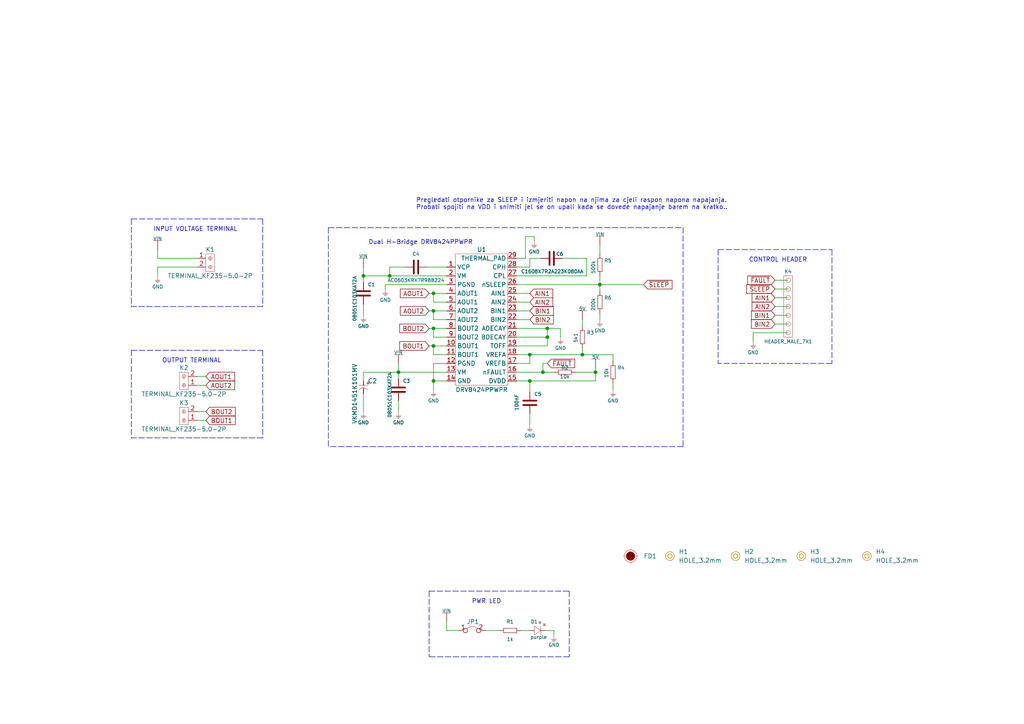
<source format=kicad_sch>
(kicad_sch (version 20210126) (generator eeschema)

  (paper "A4")

  (lib_symbols
    (symbol "e-radionica.com schematics:0402LED" (pin_numbers hide) (pin_names (offset 0.254) hide) (in_bom yes) (on_board yes)
      (property "Reference" "D" (id 0) (at -0.635 2.54 0)
        (effects (font (size 1 1)))
      )
      (property "Value" "0402LED" (id 1) (at 0 -2.54 0)
        (effects (font (size 1 1)))
      )
      (property "Footprint" "e-radionica.com footprinti:0402LED" (id 2) (at 0 5.08 0)
        (effects (font (size 1 1)) hide)
      )
      (property "Datasheet" "" (id 3) (at 0 0 0)
        (effects (font (size 1 1)) hide)
      )
      (symbol "0402LED_0_1"
        (polyline
          (pts
            (xy -0.635 1.27)
            (xy -0.635 -1.27)
            (xy 1.27 0)
          )
          (stroke (width 0.0006)) (fill (type none))
        )
        (polyline
          (pts
            (xy -0.635 1.27)
            (xy 1.27 0)
          )
          (stroke (width 0.0006)) (fill (type none))
        )
        (polyline
          (pts
            (xy 1.27 1.27)
            (xy 1.27 -1.27)
          )
          (stroke (width 0.0006)) (fill (type none))
        )
        (polyline
          (pts
            (xy 0.635 1.905)
            (xy 1.27 2.54)
          )
          (stroke (width 0.0006)) (fill (type none))
        )
        (polyline
          (pts
            (xy 1.905 1.27)
            (xy 2.54 1.905)
          )
          (stroke (width 0.0006)) (fill (type none))
        )
        (polyline
          (pts
            (xy 2.54 1.905)
            (xy 1.905 1.905)
            (xy 2.54 1.27)
            (xy 2.54 1.905)
          )
          (stroke (width 0.0006)) (fill (type none))
        )
        (polyline
          (pts
            (xy 1.27 2.54)
            (xy 0.635 2.54)
            (xy 1.27 1.905)
            (xy 1.27 2.54)
          )
          (stroke (width 0.0006)) (fill (type none))
        )
      )
      (symbol "0402LED_1_1"
        (pin passive line (at -1.905 0 0) (length 1.27)
          (name "A" (effects (font (size 1.27 1.27))))
          (number "1" (effects (font (size 1.27 1.27))))
        )
        (pin passive line (at 2.54 0 180) (length 1.27)
          (name "K" (effects (font (size 1.27 1.27))))
          (number "2" (effects (font (size 1.27 1.27))))
        )
      )
    )
    (symbol "e-radionica.com schematics:0402R" (pin_numbers hide) (pin_names (offset 0.254)) (in_bom yes) (on_board yes)
      (property "Reference" "R" (id 0) (at -1.905 1.27 0)
        (effects (font (size 1 1)))
      )
      (property "Value" "0402R" (id 1) (at 0 -1.27 0)
        (effects (font (size 1 1)))
      )
      (property "Footprint" "e-radionica.com footprinti:0402R" (id 2) (at -2.54 1.905 0)
        (effects (font (size 1 1)) hide)
      )
      (property "Datasheet" "" (id 3) (at -2.54 1.905 0)
        (effects (font (size 1 1)) hide)
      )
      (symbol "0402R_0_1"
        (rectangle (start -1.905 0.635) (end -1.8796 -0.635)
          (stroke (width 0.1)) (fill (type none))
        )
        (rectangle (start -1.905 0.635) (end 1.905 0.6096)
          (stroke (width 0.1)) (fill (type none))
        )
        (rectangle (start -1.905 -0.635) (end 1.905 -0.6604)
          (stroke (width 0.1)) (fill (type none))
        )
        (rectangle (start 1.905 0.635) (end 1.9304 -0.635)
          (stroke (width 0.1)) (fill (type none))
        )
      )
      (symbol "0402R_1_1"
        (pin passive line (at -3.175 0 0) (length 1.27)
          (name "~" (effects (font (size 1.27 1.27))))
          (number "1" (effects (font (size 1.27 1.27))))
        )
        (pin passive line (at 3.175 0 180) (length 1.27)
          (name "~" (effects (font (size 1.27 1.27))))
          (number "2" (effects (font (size 1.27 1.27))))
        )
      )
    )
    (symbol "e-radionica.com schematics:0603C" (pin_numbers hide) (pin_names (offset 0.002)) (in_bom yes) (on_board yes)
      (property "Reference" "C" (id 0) (at -0.635 3.175 0)
        (effects (font (size 1 1)))
      )
      (property "Value" "0603C" (id 1) (at 0 -3.175 0)
        (effects (font (size 1 1)))
      )
      (property "Footprint" "e-radionica.com footprinti:0603C" (id 2) (at 0 0 0)
        (effects (font (size 1 1)) hide)
      )
      (property "Datasheet" "" (id 3) (at 0 0 0)
        (effects (font (size 1 1)) hide)
      )
      (symbol "0603C_0_1"
        (polyline
          (pts
            (xy -0.635 1.905)
            (xy -0.635 -1.905)
          )
          (stroke (width 0.5)) (fill (type none))
        )
        (polyline
          (pts
            (xy 0.635 1.905)
            (xy 0.635 -1.905)
          )
          (stroke (width 0.5)) (fill (type none))
        )
      )
      (symbol "0603C_1_1"
        (pin passive line (at 3.175 0 180) (length 2.54)
          (name "~" (effects (font (size 1.27 1.27))))
          (number "2" (effects (font (size 1.27 1.27))))
        )
        (pin passive line (at -3.175 0 0) (length 2.54)
          (name "~" (effects (font (size 1.27 1.27))))
          (number "1" (effects (font (size 1.27 1.27))))
        )
      )
    )
    (symbol "e-radionica.com schematics:0603R" (pin_numbers hide) (pin_names (offset 0.254)) (in_bom yes) (on_board yes)
      (property "Reference" "R" (id 0) (at -1.905 1.905 0)
        (effects (font (size 1 1)))
      )
      (property "Value" "0603R" (id 1) (at 0 -1.905 0)
        (effects (font (size 1 1)))
      )
      (property "Footprint" "e-radionica.com footprinti:0603R" (id 2) (at -0.635 1.905 0)
        (effects (font (size 1 1)) hide)
      )
      (property "Datasheet" "" (id 3) (at -0.635 1.905 0)
        (effects (font (size 1 1)) hide)
      )
      (symbol "0603R_0_1"
        (rectangle (start -1.905 0.635) (end -1.8796 -0.635)
          (stroke (width 0.1)) (fill (type none))
        )
        (rectangle (start -1.905 0.635) (end 1.905 0.6096)
          (stroke (width 0.1)) (fill (type none))
        )
        (rectangle (start -1.905 -0.635) (end 1.905 -0.6604)
          (stroke (width 0.1)) (fill (type none))
        )
        (rectangle (start 1.905 0.635) (end 1.9304 -0.635)
          (stroke (width 0.1)) (fill (type none))
        )
      )
      (symbol "0603R_1_1"
        (pin passive line (at -3.175 0 0) (length 1.27)
          (name "~" (effects (font (size 1.27 1.27))))
          (number "1" (effects (font (size 1.27 1.27))))
        )
        (pin passive line (at 3.175 0 180) (length 1.27)
          (name "~" (effects (font (size 1.27 1.27))))
          (number "2" (effects (font (size 1.27 1.27))))
        )
      )
    )
    (symbol "e-radionica.com schematics:0805C" (pin_numbers hide) (in_bom yes) (on_board yes)
      (property "Reference" "C" (id 0) (at -0.635 3.175 0)
        (effects (font (size 1 1)))
      )
      (property "Value" "0805C" (id 1) (at 0 -3.175 0)
        (effects (font (size 1 1)))
      )
      (property "Footprint" "e-radionica.com footprinti:0805C" (id 2) (at 0 0 0)
        (effects (font (size 1 1)) hide)
      )
      (property "Datasheet" "" (id 3) (at 0 0 0)
        (effects (font (size 1 1)) hide)
      )
      (symbol "0805C_0_1"
        (polyline
          (pts
            (xy -0.635 1.905)
            (xy -0.635 -1.905)
          )
          (stroke (width 0.5)) (fill (type none))
        )
        (polyline
          (pts
            (xy 0.635 1.905)
            (xy 0.635 -1.905)
          )
          (stroke (width 0.5)) (fill (type none))
        )
      )
      (symbol "0805C_1_1"
        (pin passive line (at 3.175 0 180) (length 2.54)
          (name "~" (effects (font (size 1.27 1.27))))
          (number "2" (effects (font (size 1.27 1.27))))
        )
        (pin passive line (at -3.175 0 0) (length 2.54)
          (name "~" (effects (font (size 1.27 1.27))))
          (number "1" (effects (font (size 1.27 1.27))))
        )
      )
    )
    (symbol "e-radionica.com schematics:5V" (power) (pin_names (offset 0)) (in_bom yes) (on_board yes)
      (property "Reference" "#PWR" (id 0) (at 4.445 0 0)
        (effects (font (size 1 1)) hide)
      )
      (property "Value" "5V" (id 1) (at 0 3.556 0)
        (effects (font (size 1 1)))
      )
      (property "Footprint" "" (id 2) (at 4.445 3.81 0)
        (effects (font (size 1 1)) hide)
      )
      (property "Datasheet" "" (id 3) (at 4.445 3.81 0)
        (effects (font (size 1 1)) hide)
      )
      (property "ki_keywords" "power-flag" (id 4) (at 0 0 0)
        (effects (font (size 1.27 1.27)) hide)
      )
      (property "ki_description" "Power symbol creates a global label with name \"+3V3\"" (id 5) (at 0 0 0)
        (effects (font (size 1.27 1.27)) hide)
      )
      (symbol "5V_0_1"
        (polyline
          (pts
            (xy 0 0)
            (xy 0 2.54)
          )
          (stroke (width 0)) (fill (type none))
        )
        (polyline
          (pts
            (xy -1.27 2.54)
            (xy 1.27 2.54)
          )
          (stroke (width 0.0006)) (fill (type none))
        )
      )
      (symbol "5V_1_1"
        (pin power_in line (at 0 0 90) (length 0) hide
          (name "5V" (effects (font (size 1.27 1.27))))
          (number "1" (effects (font (size 1.27 1.27))))
        )
      )
    )
    (symbol "e-radionica.com schematics:DRV8424PPWPR" (in_bom yes) (on_board yes)
      (property "Reference" "U" (id 0) (at 0 21.59 0)
        (effects (font (size 1.27 1.27)))
      )
      (property "Value" "DRV8424PPWPR" (id 1) (at 0 -19.05 0)
        (effects (font (size 1.27 1.27)))
      )
      (property "Footprint" "e-radionica.com footprinti:HTSSOP-28" (id 2) (at 0 -22.86 0)
        (effects (font (size 1.27 1.27)) hide)
      )
      (property "Datasheet" "" (id 3) (at 0 0 0)
        (effects (font (size 1.27 1.27)) hide)
      )
      (symbol "DRV8424PPWPR_0_1"
        (rectangle (start -7.62 20.32) (end 7.62 -17.78)
          (stroke (width 0.0006)) (fill (type none))
        )
      )
      (symbol "DRV8424PPWPR_1_1"
        (pin bidirectional line (at -10.16 16.51 0) (length 2.54)
          (name "VCP" (effects (font (size 1.27 1.27))))
          (number "1" (effects (font (size 1.27 1.27))))
        )
        (pin bidirectional line (at -10.16 13.97 0) (length 2.54)
          (name "VM" (effects (font (size 1.27 1.27))))
          (number "2" (effects (font (size 1.27 1.27))))
        )
        (pin bidirectional line (at -10.16 11.43 0) (length 2.54)
          (name "PGND" (effects (font (size 1.27 1.27))))
          (number "3" (effects (font (size 1.27 1.27))))
        )
        (pin bidirectional line (at -10.16 8.89 0) (length 2.54)
          (name "AOUT1" (effects (font (size 1.27 1.27))))
          (number "4" (effects (font (size 1.27 1.27))))
        )
        (pin bidirectional line (at -10.16 6.35 0) (length 2.54)
          (name "AOUT1" (effects (font (size 1.27 1.27))))
          (number "5" (effects (font (size 1.27 1.27))))
        )
        (pin bidirectional line (at -10.16 3.81 0) (length 2.54)
          (name "AOUT2" (effects (font (size 1.27 1.27))))
          (number "6" (effects (font (size 1.27 1.27))))
        )
        (pin bidirectional line (at -10.16 1.27 0) (length 2.54)
          (name "AOUT2" (effects (font (size 1.27 1.27))))
          (number "7" (effects (font (size 1.27 1.27))))
        )
        (pin bidirectional line (at -10.16 -1.27 0) (length 2.54)
          (name "BOUT2" (effects (font (size 1.27 1.27))))
          (number "8" (effects (font (size 1.27 1.27))))
        )
        (pin bidirectional line (at -10.16 -3.81 0) (length 2.54)
          (name "BOUT2" (effects (font (size 1.27 1.27))))
          (number "9" (effects (font (size 1.27 1.27))))
        )
        (pin bidirectional line (at -10.16 -6.35 0) (length 2.54)
          (name "BOUT1" (effects (font (size 1.27 1.27))))
          (number "10" (effects (font (size 1.27 1.27))))
        )
        (pin bidirectional line (at -10.16 -8.89 0) (length 2.54)
          (name "BOUT1" (effects (font (size 1.27 1.27))))
          (number "11" (effects (font (size 1.27 1.27))))
        )
        (pin bidirectional line (at -10.16 -11.43 0) (length 2.54)
          (name "PGND" (effects (font (size 1.27 1.27))))
          (number "12" (effects (font (size 1.27 1.27))))
        )
        (pin bidirectional line (at -10.16 -13.97 0) (length 2.54)
          (name "VM" (effects (font (size 1.27 1.27))))
          (number "13" (effects (font (size 1.27 1.27))))
        )
        (pin bidirectional line (at -10.16 -16.51 0) (length 2.54)
          (name "GND" (effects (font (size 1.27 1.27))))
          (number "14" (effects (font (size 1.27 1.27))))
        )
        (pin bidirectional line (at 10.16 -16.51 180) (length 2.54)
          (name "DVDD" (effects (font (size 1.27 1.27))))
          (number "15" (effects (font (size 1.27 1.27))))
        )
        (pin bidirectional line (at 10.16 -13.97 180) (length 2.54)
          (name "nFAULT" (effects (font (size 1.27 1.27))))
          (number "16" (effects (font (size 1.27 1.27))))
        )
        (pin bidirectional line (at 10.16 -11.43 180) (length 2.54)
          (name "VREFB" (effects (font (size 1.27 1.27))))
          (number "17" (effects (font (size 1.27 1.27))))
        )
        (pin bidirectional line (at 10.16 -8.89 180) (length 2.54)
          (name "VREFA" (effects (font (size 1.27 1.27))))
          (number "18" (effects (font (size 1.27 1.27))))
        )
        (pin bidirectional line (at 10.16 -6.35 180) (length 2.54)
          (name "TOFF" (effects (font (size 1.27 1.27))))
          (number "19" (effects (font (size 1.27 1.27))))
        )
        (pin bidirectional line (at 10.16 -3.81 180) (length 2.54)
          (name "BDECAY" (effects (font (size 1.27 1.27))))
          (number "20" (effects (font (size 1.27 1.27))))
        )
        (pin bidirectional line (at 10.16 -1.27 180) (length 2.54)
          (name "ADECAY" (effects (font (size 1.27 1.27))))
          (number "21" (effects (font (size 1.27 1.27))))
        )
        (pin bidirectional line (at 10.16 1.27 180) (length 2.54)
          (name "BIN2" (effects (font (size 1.27 1.27))))
          (number "22" (effects (font (size 1.27 1.27))))
        )
        (pin bidirectional line (at 10.16 3.81 180) (length 2.54)
          (name "BIN1" (effects (font (size 1.27 1.27))))
          (number "23" (effects (font (size 1.27 1.27))))
        )
        (pin bidirectional line (at 10.16 6.35 180) (length 2.54)
          (name "AIN2" (effects (font (size 1.27 1.27))))
          (number "24" (effects (font (size 1.27 1.27))))
        )
        (pin bidirectional line (at 10.16 8.89 180) (length 2.54)
          (name "AIN1" (effects (font (size 1.27 1.27))))
          (number "25" (effects (font (size 1.27 1.27))))
        )
        (pin bidirectional line (at 10.16 11.43 180) (length 2.54)
          (name "nSLEEP" (effects (font (size 1.27 1.27))))
          (number "26" (effects (font (size 1.27 1.27))))
        )
        (pin bidirectional line (at 10.16 13.97 180) (length 2.54)
          (name "CPL" (effects (font (size 1.27 1.27))))
          (number "27" (effects (font (size 1.27 1.27))))
        )
        (pin bidirectional line (at 10.16 16.51 180) (length 2.54)
          (name "CPH" (effects (font (size 1.27 1.27))))
          (number "28" (effects (font (size 1.27 1.27))))
        )
        (pin bidirectional line (at 10.16 19.05 180) (length 2.54)
          (name "THERMAL_PAD" (effects (font (size 1.27 1.27))))
          (number "29" (effects (font (size 1.27 1.27))))
        )
      )
    )
    (symbol "e-radionica.com schematics:ELECTROLITIC_CAP_8x8x14.5" (pin_numbers hide) (pin_names hide) (in_bom yes) (on_board yes)
      (property "Reference" "C" (id 0) (at -1.27 2.54 0)
        (effects (font (size 1.27 1.27)))
      )
      (property "Value" "ELECTROLITIC_CAP_8x8x14.5" (id 1) (at 0 -2.54 0)
        (effects (font (size 1.27 1.27)))
      )
      (property "Footprint" "e-radionica.com footprinti:ELECTROLITIC_CAP_8x8x14.5" (id 2) (at 0 -5.08 0)
        (effects (font (size 1.27 1.27)) hide)
      )
      (property "Datasheet" "" (id 3) (at 0 0 0)
        (effects (font (size 1.27 1.27)) hide)
      )
      (symbol "ELECTROLITIC_CAP_8x8x14.5_0_0"
        (text "+" (at -1.905 1.27 0)
          (effects (font (size 1 1)))
        )
      )
      (symbol "ELECTROLITIC_CAP_8x8x14.5_0_1"
        (arc (start -0.0001 1.27) (end -0.0001 -1.27) (radius (at 1.27 0) (length 1.7961) (angles 135 -135))
          (stroke (width 0.0006)) (fill (type none))
        )
        (polyline
          (pts
            (xy -1.27 -1.27)
            (xy -1.27 1.27)
          )
          (stroke (width 0.0006)) (fill (type none))
        )
      )
      (symbol "ELECTROLITIC_CAP_8x8x14.5_1_1"
        (pin input line (at -2.54 0 0) (length 1.27)
          (name "+" (effects (font (size 1.27 1.27))))
          (number "1" (effects (font (size 1.27 1.27))))
        )
        (pin input line (at 1.27 0 180) (length 1.8)
          (name "-" (effects (font (size 1.27 1.27))))
          (number "2" (effects (font (size 1.27 1.27))))
        )
      )
    )
    (symbol "e-radionica.com schematics:Fiducial_Stencil" (pin_numbers hide) (pin_names hide) (in_bom yes) (on_board yes)
      (property "Reference" "FD?" (id 0) (at 0 3.048 0)
        (effects (font (size 1.27 1.27)))
      )
      (property "Value" "Fiducial_Stencil" (id 1) (at 0 -2.794 0)
        (effects (font (size 1.27 1.27)) hide)
      )
      (property "Footprint" "e-radionica.com footprinti:FIDUCIAL_1MM_PASTE" (id 2) (at 0 -6.35 0)
        (effects (font (size 1.27 1.27)) hide)
      )
      (property "Datasheet" "" (id 3) (at 0 0 0)
        (effects (font (size 1.27 1.27)) hide)
      )
      (symbol "Fiducial_Stencil_0_1"
        (circle (center 0 0) (radius 1.7961) (stroke (width 0.0006)) (fill (type none)))
        (circle (center 0 0) (radius 1.27) (stroke (width 0.001)) (fill (type outline)))
        (polyline
          (pts
            (xy 1.778 0)
            (xy 2.032 0)
          )
          (stroke (width 0.0006)) (fill (type none))
        )
        (polyline
          (pts
            (xy 0 1.778)
            (xy 0 2.032)
          )
          (stroke (width 0.0006)) (fill (type none))
        )
        (polyline
          (pts
            (xy -1.778 0)
            (xy -2.032 0)
          )
          (stroke (width 0.0006)) (fill (type none))
        )
        (polyline
          (pts
            (xy 0 -1.778)
            (xy 0 -2.032)
          )
          (stroke (width 0.0006)) (fill (type none))
        )
      )
    )
    (symbol "e-radionica.com schematics:GND" (power) (pin_names (offset 0)) (in_bom yes) (on_board yes)
      (property "Reference" "#PWR" (id 0) (at 4.445 0 0)
        (effects (font (size 1 1)) hide)
      )
      (property "Value" "GND" (id 1) (at 0 -2.921 0)
        (effects (font (size 1 1)))
      )
      (property "Footprint" "" (id 2) (at 4.445 3.81 0)
        (effects (font (size 1 1)) hide)
      )
      (property "Datasheet" "" (id 3) (at 4.445 3.81 0)
        (effects (font (size 1 1)) hide)
      )
      (property "ki_keywords" "power-flag" (id 4) (at 0 0 0)
        (effects (font (size 1.27 1.27)) hide)
      )
      (property "ki_description" "Power symbol creates a global label with name \"+3V3\"" (id 5) (at 0 0 0)
        (effects (font (size 1.27 1.27)) hide)
      )
      (symbol "GND_0_1"
        (polyline
          (pts
            (xy 0 0)
            (xy 0 -1.27)
          )
          (stroke (width 0.0006)) (fill (type none))
        )
        (polyline
          (pts
            (xy -0.762 -1.27)
            (xy 0.762 -1.27)
          )
          (stroke (width 0.0006)) (fill (type none))
        )
        (polyline
          (pts
            (xy -0.381 -1.778)
            (xy 0.381 -1.778)
          )
          (stroke (width 0.0006)) (fill (type none))
        )
        (polyline
          (pts
            (xy -0.127 -2.032)
            (xy 0.127 -2.032)
          )
          (stroke (width 0.0006)) (fill (type none))
        )
        (polyline
          (pts
            (xy -0.635 -1.524)
            (xy 0.635 -1.524)
          )
          (stroke (width 0.0006)) (fill (type none))
        )
      )
      (symbol "GND_1_1"
        (pin power_in line (at 0 0 270) (length 0) hide
          (name "GND" (effects (font (size 1.27 1.27))))
          (number "1" (effects (font (size 1.27 1.27))))
        )
      )
    )
    (symbol "e-radionica.com schematics:GND_3" (power) (pin_names (offset 0)) (in_bom yes) (on_board yes)
      (property "Reference" "#PWR" (id 0) (at 4.445 0 0)
        (effects (font (size 1 1)) hide)
      )
      (property "Value" "GND" (id 1) (at 0 -2.921 0)
        (effects (font (size 1 1)))
      )
      (property "Footprint" "" (id 2) (at 4.445 3.81 0)
        (effects (font (size 1 1)) hide)
      )
      (property "Datasheet" "" (id 3) (at 4.445 3.81 0)
        (effects (font (size 1 1)) hide)
      )
      (property "ki_keywords" "power-flag" (id 4) (at 0 0 0)
        (effects (font (size 1.27 1.27)) hide)
      )
      (property "ki_description" "Power symbol creates a global label with name \"+3V3\"" (id 5) (at 0 0 0)
        (effects (font (size 1.27 1.27)) hide)
      )
      (symbol "GND_3_0_1"
        (polyline
          (pts
            (xy 0 0)
            (xy 0 -1.27)
          )
          (stroke (width 0.0006)) (fill (type none))
        )
        (polyline
          (pts
            (xy -0.762 -1.27)
            (xy 0.762 -1.27)
          )
          (stroke (width 0.0006)) (fill (type none))
        )
        (polyline
          (pts
            (xy -0.381 -1.778)
            (xy 0.381 -1.778)
          )
          (stroke (width 0.0006)) (fill (type none))
        )
        (polyline
          (pts
            (xy -0.127 -2.032)
            (xy 0.127 -2.032)
          )
          (stroke (width 0.0006)) (fill (type none))
        )
        (polyline
          (pts
            (xy -0.635 -1.524)
            (xy 0.635 -1.524)
          )
          (stroke (width 0.0006)) (fill (type none))
        )
      )
      (symbol "GND_3_1_1"
        (pin power_in line (at 0 0 270) (length 0) hide
          (name "GND" (effects (font (size 1.27 1.27))))
          (number "1" (effects (font (size 1.27 1.27))))
        )
      )
    )
    (symbol "e-radionica.com schematics:HEADER_MALE_7X1" (pin_numbers hide) (pin_names hide) (in_bom yes) (on_board yes)
      (property "Reference" "K" (id 0) (at -0.635 10.16 0)
        (effects (font (size 1 1)))
      )
      (property "Value" "HEADER_MALE_7X1" (id 1) (at 0 -10.16 0)
        (effects (font (size 1 1)))
      )
      (property "Footprint" "e-radionica.com footprinti:HEADER_MALE_7X1" (id 2) (at 0 0 0)
        (effects (font (size 1 1)) hide)
      )
      (property "Datasheet" "" (id 3) (at 0 0 0)
        (effects (font (size 1 1)) hide)
      )
      (symbol "HEADER_MALE_7X1_0_1"
        (circle (center 0 7.62) (radius 0.635) (stroke (width 0.0006)) (fill (type none)))
        (circle (center 0 5.08) (radius 0.635) (stroke (width 0.0006)) (fill (type none)))
        (circle (center 0 2.54) (radius 0.635) (stroke (width 0.0006)) (fill (type none)))
        (circle (center 0 0) (radius 0.635) (stroke (width 0.0006)) (fill (type none)))
        (circle (center 0 -2.54) (radius 0.635) (stroke (width 0.0006)) (fill (type none)))
        (circle (center 0 -5.08) (radius 0.635) (stroke (width 0.0006)) (fill (type none)))
        (circle (center 0 -7.62) (radius 0.635) (stroke (width 0.0006)) (fill (type none)))
        (rectangle (start 1.27 -8.89) (end -1.27 8.89)
          (stroke (width 0.0006)) (fill (type none))
        )
      )
      (symbol "HEADER_MALE_7X1_1_1"
        (pin passive line (at 0 -7.62 180) (length 0)
          (name "~" (effects (font (size 0.991 0.991))))
          (number "1" (effects (font (size 0.991 0.991))))
        )
        (pin passive line (at 0 -5.08 180) (length 0)
          (name "~" (effects (font (size 0.991 0.991))))
          (number "2" (effects (font (size 0.991 0.991))))
        )
        (pin passive line (at 0 -2.54 180) (length 0)
          (name "~" (effects (font (size 0.991 0.991))))
          (number "3" (effects (font (size 0.991 0.991))))
        )
        (pin passive line (at 0 0 180) (length 0)
          (name "~" (effects (font (size 0.991 0.991))))
          (number "4" (effects (font (size 0.991 0.991))))
        )
        (pin passive line (at 0 2.54 180) (length 0)
          (name "~" (effects (font (size 0.991 0.991))))
          (number "5" (effects (font (size 0.991 0.991))))
        )
        (pin passive line (at 0 5.08 180) (length 0)
          (name "~" (effects (font (size 0.991 0.991))))
          (number "6" (effects (font (size 0.991 0.991))))
        )
        (pin passive line (at 0 7.62 180) (length 0)
          (name "~" (effects (font (size 0.991 0.991))))
          (number "7" (effects (font (size 0.991 0.991))))
        )
      )
    )
    (symbol "e-radionica.com schematics:HOLE_3.2mm" (pin_numbers hide) (pin_names hide) (in_bom yes) (on_board yes)
      (property "Reference" "H" (id 0) (at 0 2.54 0)
        (effects (font (size 1.27 1.27)))
      )
      (property "Value" "HOLE_3.2mm" (id 1) (at 0 -2.54 0)
        (effects (font (size 1.27 1.27)))
      )
      (property "Footprint" "e-radionica.com footprinti:HOLE_3.2mm" (id 2) (at 0 0 0)
        (effects (font (size 1.27 1.27)) hide)
      )
      (property "Datasheet" "" (id 3) (at 0 0 0)
        (effects (font (size 1.27 1.27)) hide)
      )
      (symbol "HOLE_3.2mm_0_1"
        (circle (center 0 0) (radius 1.27) (stroke (width 0.001)) (fill (type background)))
        (circle (center 0 0) (radius 0.635) (stroke (width 0.0006)) (fill (type none)))
      )
    )
    (symbol "e-radionica.com schematics:SMD-JUMPER-CONNECTED_TRACE_NOSLODERMASK" (in_bom yes) (on_board yes)
      (property "Reference" "JP" (id 0) (at 0 3.556 0)
        (effects (font (size 1.27 1.27)))
      )
      (property "Value" "SMD-JUMPER-CONNECTED_TRACE_NOSLODERMASK" (id 1) (at 0 -2.54 0)
        (effects (font (size 1.27 1.27)))
      )
      (property "Footprint" "e-radionica.com footprinti:SMD-JUMPER-CONNECTED_TRACE_NOSLODERMASK" (id 2) (at 0 0 0)
        (effects (font (size 1.27 1.27)) hide)
      )
      (property "Datasheet" "" (id 3) (at 0 0 0)
        (effects (font (size 1.27 1.27)) hide)
      )
      (symbol "SMD-JUMPER-CONNECTED_TRACE_NOSLODERMASK_0_1"
        (arc (start -1.8034 0.5588) (end 1.397 0.5842) (radius (at -0.1875 -1.4124) (length 2.5489) (angles 129.3 51.6))
          (stroke (width 0.0006)) (fill (type none))
        )
      )
      (symbol "SMD-JUMPER-CONNECTED_TRACE_NOSLODERMASK_1_1"
        (pin passive inverted (at -4.064 0 0) (length 2.54)
          (name "" (effects (font (size 1.27 1.27))))
          (number "1" (effects (font (size 1.27 1.27))))
        )
        (pin passive inverted (at 3.556 0 180) (length 2.54)
          (name "" (effects (font (size 1.27 1.27))))
          (number "2" (effects (font (size 1.27 1.27))))
        )
      )
    )
    (symbol "e-radionica.com schematics:TERMINAL_KF235-5.0-2P" (in_bom yes) (on_board yes)
      (property "Reference" "K" (id 0) (at 0 3.81 0)
        (effects (font (size 1.27 1.27)))
      )
      (property "Value" "TERMINAL_KF235-5.0-2P" (id 1) (at 0 -3.81 0)
        (effects (font (size 1.27 1.27)))
      )
      (property "Footprint" "e-radionica.com footprinti:TERMINAL_KF235-5.0-2P" (id 2) (at 0 0 0)
        (effects (font (size 1.27 1.27)) hide)
      )
      (property "Datasheet" "" (id 3) (at 0 0 0)
        (effects (font (size 1.27 1.27)) hide)
      )
      (symbol "TERMINAL_KF235-5.0-2P_0_1"
        (circle (center 0 1.27) (radius 0.508) (stroke (width 0.0006)) (fill (type none)))
        (circle (center 0 -1.27) (radius 0.508) (stroke (width 0.0006)) (fill (type none)))
        (rectangle (start -1.27 2.54) (end 1.27 -2.54)
          (stroke (width 0.0006)) (fill (type none))
        )
        (polyline
          (pts
            (xy 0 -0.762)
            (xy 0 -1.778)
          )
          (stroke (width 0.0006)) (fill (type none))
        )
        (polyline
          (pts
            (xy -0.254 -1.27)
            (xy 0.254 -1.27)
          )
          (stroke (width 0.0006)) (fill (type none))
        )
        (polyline
          (pts
            (xy 0 1.778)
            (xy 0 0.762)
          )
          (stroke (width 0.0006)) (fill (type none))
        )
        (polyline
          (pts
            (xy -0.254 1.27)
            (xy 0.254 1.27)
          )
          (stroke (width 0.0006)) (fill (type none))
        )
      )
      (symbol "TERMINAL_KF235-5.0-2P_1_1"
        (pin input line (at -3.81 1.27 0) (length 2.54)
          (name "~" (effects (font (size 1.27 1.27))))
          (number "1" (effects (font (size 1.27 1.27))))
        )
        (pin input line (at -3.81 -1.27 0) (length 2.54)
          (name "~" (effects (font (size 1.27 1.27))))
          (number "2" (effects (font (size 1.27 1.27))))
        )
      )
    )
    (symbol "e-radionica.com schematics:VIN" (power) (pin_names (offset 0)) (in_bom yes) (on_board yes)
      (property "Reference" "#PWR" (id 0) (at 4.445 0 0)
        (effects (font (size 1 1)) hide)
      )
      (property "Value" "VIN" (id 1) (at 0 3.556 0)
        (effects (font (size 1 1)))
      )
      (property "Footprint" "" (id 2) (at 4.445 3.81 0)
        (effects (font (size 1 1)) hide)
      )
      (property "Datasheet" "" (id 3) (at 4.445 3.81 0)
        (effects (font (size 1 1)) hide)
      )
      (property "ki_keywords" "power-flag" (id 4) (at 0 0 0)
        (effects (font (size 1.27 1.27)) hide)
      )
      (property "ki_description" "Power symbol creates a global label with name \"+3V3\"" (id 5) (at 0 0 0)
        (effects (font (size 1.27 1.27)) hide)
      )
      (symbol "VIN_0_1"
        (polyline
          (pts
            (xy 0 0)
            (xy 0 2.54)
          )
          (stroke (width 0)) (fill (type none))
        )
        (polyline
          (pts
            (xy -1.27 2.54)
            (xy 1.27 2.54)
          )
          (stroke (width 0.0006)) (fill (type none))
        )
      )
      (symbol "VIN_1_1"
        (pin power_in line (at 0 0 90) (length 0) hide
          (name "VIN" (effects (font (size 1.27 1.27))))
          (number "1" (effects (font (size 1.27 1.27))))
        )
      )
    )
  )

  (junction (at 105.41 80.01) (diameter 0.9144) (color 0 0 0 0))
  (junction (at 113.03 80.01) (diameter 0.9144) (color 0 0 0 0))
  (junction (at 115.57 107.95) (diameter 0.9144) (color 0 0 0 0))
  (junction (at 125.73 85.09) (diameter 0.9144) (color 0 0 0 0))
  (junction (at 125.73 90.17) (diameter 0.9144) (color 0 0 0 0))
  (junction (at 125.73 95.25) (diameter 0.9144) (color 0 0 0 0))
  (junction (at 125.73 100.33) (diameter 0.9144) (color 0 0 0 0))
  (junction (at 125.73 110.49) (diameter 0.9144) (color 0 0 0 0))
  (junction (at 153.67 102.87) (diameter 0.9144) (color 0 0 0 0))
  (junction (at 153.67 110.49) (diameter 0.9144) (color 0 0 0 0))
  (junction (at 157.48 107.95) (diameter 0.9144) (color 0 0 0 0))
  (junction (at 158.75 95.25) (diameter 0.9144) (color 0 0 0 0))
  (junction (at 158.75 97.79) (diameter 0.9144) (color 0 0 0 0))
  (junction (at 168.91 102.87) (diameter 0.9144) (color 0 0 0 0))
  (junction (at 172.72 107.95) (diameter 0.9144) (color 0 0 0 0))
  (junction (at 173.99 82.55) (diameter 0.9144) (color 0 0 0 0))

  (wire (pts (xy 45.72 74.93) (xy 45.72 72.39))
    (stroke (width 0) (type solid) (color 0 0 0 0))
    (uuid 19821bf2-4c6a-4902-828b-018ec6580096)
  )
  (wire (pts (xy 45.72 77.47) (xy 45.72 80.01))
    (stroke (width 0) (type solid) (color 0 0 0 0))
    (uuid 8a0d256d-0461-47c7-8741-79213fcc2b43)
  )
  (wire (pts (xy 57.15 74.93) (xy 45.72 74.93))
    (stroke (width 0) (type solid) (color 0 0 0 0))
    (uuid 19821bf2-4c6a-4902-828b-018ec6580096)
  )
  (wire (pts (xy 57.15 77.47) (xy 45.72 77.47))
    (stroke (width 0) (type solid) (color 0 0 0 0))
    (uuid 8a0d256d-0461-47c7-8741-79213fcc2b43)
  )
  (wire (pts (xy 57.15 109.22) (xy 59.69 109.22))
    (stroke (width 0) (type solid) (color 0 0 0 0))
    (uuid cde48ad9-d799-4582-b3ac-d0cfa59afd5c)
  )
  (wire (pts (xy 57.15 111.76) (xy 59.69 111.76))
    (stroke (width 0) (type solid) (color 0 0 0 0))
    (uuid e7fe1c4e-396b-45de-a301-6955efb96819)
  )
  (wire (pts (xy 57.15 119.38) (xy 59.69 119.38))
    (stroke (width 0) (type solid) (color 0 0 0 0))
    (uuid 009a8d50-355a-4de9-8fe5-e052acfecb3d)
  )
  (wire (pts (xy 57.15 121.92) (xy 59.69 121.92))
    (stroke (width 0) (type solid) (color 0 0 0 0))
    (uuid 70b3c836-7ffd-43f5-be4d-74a78654eaf2)
  )
  (wire (pts (xy 105.41 77.47) (xy 105.41 80.01))
    (stroke (width 0) (type solid) (color 0 0 0 0))
    (uuid 94d78cdd-543f-4b54-bb29-d9011f5ba6f5)
  )
  (wire (pts (xy 105.41 80.01) (xy 105.41 81.915))
    (stroke (width 0) (type solid) (color 0 0 0 0))
    (uuid e5a5fd1c-f4fd-4fc6-9c26-a285212529c2)
  )
  (wire (pts (xy 105.41 80.01) (xy 113.03 80.01))
    (stroke (width 0) (type solid) (color 0 0 0 0))
    (uuid c104d954-2bd7-4d71-a831-7ffb6dcf6d37)
  )
  (wire (pts (xy 105.41 88.265) (xy 105.41 91.44))
    (stroke (width 0) (type solid) (color 0 0 0 0))
    (uuid acb9aa73-f813-43a0-9fa6-65a9f190fbf6)
  )
  (wire (pts (xy 105.41 107.95) (xy 115.57 107.95))
    (stroke (width 0) (type solid) (color 0 0 0 0))
    (uuid ddc7ee4e-e6ca-4f00-9b0e-49ec15320cb8)
  )
  (wire (pts (xy 105.41 110.49) (xy 105.41 107.95))
    (stroke (width 0) (type solid) (color 0 0 0 0))
    (uuid ddc7ee4e-e6ca-4f00-9b0e-49ec15320cb8)
  )
  (wire (pts (xy 105.41 114.3) (xy 105.41 119.38))
    (stroke (width 0) (type solid) (color 0 0 0 0))
    (uuid 2ebe8faf-7e3f-49c2-9e99-c730199d4c31)
  )
  (wire (pts (xy 111.76 82.55) (xy 111.76 83.82))
    (stroke (width 0) (type solid) (color 0 0 0 0))
    (uuid 4896a988-52aa-4ca5-960a-6e231e58f1c4)
  )
  (wire (pts (xy 113.03 77.47) (xy 113.03 80.01))
    (stroke (width 0) (type solid) (color 0 0 0 0))
    (uuid 8fb79205-591c-42da-9845-226037c02cee)
  )
  (wire (pts (xy 113.03 77.47) (xy 117.475 77.47))
    (stroke (width 0) (type solid) (color 0 0 0 0))
    (uuid 3d276b58-94f4-457b-aadb-16ca5f5db079)
  )
  (wire (pts (xy 113.03 80.01) (xy 129.54 80.01))
    (stroke (width 0) (type solid) (color 0 0 0 0))
    (uuid c104d954-2bd7-4d71-a831-7ffb6dcf6d37)
  )
  (wire (pts (xy 115.57 107.95) (xy 115.57 105.41))
    (stroke (width 0) (type solid) (color 0 0 0 0))
    (uuid 0f73441d-95e6-4eaa-913f-d68821203733)
  )
  (wire (pts (xy 115.57 107.95) (xy 115.57 109.855))
    (stroke (width 0) (type solid) (color 0 0 0 0))
    (uuid 0535f76e-490c-40c7-9e91-f87152c21f86)
  )
  (wire (pts (xy 115.57 116.205) (xy 115.57 119.38))
    (stroke (width 0) (type solid) (color 0 0 0 0))
    (uuid ca176c1d-33b6-43c7-9325-7eed0e57692a)
  )
  (wire (pts (xy 123.825 77.47) (xy 129.54 77.47))
    (stroke (width 0) (type solid) (color 0 0 0 0))
    (uuid f69a635e-73d1-41d9-9673-5296859df360)
  )
  (wire (pts (xy 124.46 90.17) (xy 125.73 90.17))
    (stroke (width 0) (type solid) (color 0 0 0 0))
    (uuid 1c84b777-c062-47e1-a448-f74086675e35)
  )
  (wire (pts (xy 124.46 95.25) (xy 125.73 95.25))
    (stroke (width 0) (type solid) (color 0 0 0 0))
    (uuid a42ea849-f621-4f26-8a1c-a8801767a51f)
  )
  (wire (pts (xy 124.46 100.33) (xy 125.73 100.33))
    (stroke (width 0) (type solid) (color 0 0 0 0))
    (uuid 9cd484d7-74db-492d-8ce7-d8b68e7fd817)
  )
  (wire (pts (xy 125.73 85.09) (xy 124.46 85.09))
    (stroke (width 0) (type solid) (color 0 0 0 0))
    (uuid a370b11f-70c3-4b01-a5a5-837393a19b38)
  )
  (wire (pts (xy 125.73 85.09) (xy 129.54 85.09))
    (stroke (width 0) (type solid) (color 0 0 0 0))
    (uuid c8cf9b90-fe10-4bea-a669-19f5a8b0e034)
  )
  (wire (pts (xy 125.73 87.63) (xy 125.73 85.09))
    (stroke (width 0) (type solid) (color 0 0 0 0))
    (uuid a370b11f-70c3-4b01-a5a5-837393a19b38)
  )
  (wire (pts (xy 125.73 90.17) (xy 129.54 90.17))
    (stroke (width 0) (type solid) (color 0 0 0 0))
    (uuid 1c84b777-c062-47e1-a448-f74086675e35)
  )
  (wire (pts (xy 125.73 92.71) (xy 125.73 90.17))
    (stroke (width 0) (type solid) (color 0 0 0 0))
    (uuid 48a4c50f-a00f-4a2a-b095-56e12c8a016c)
  )
  (wire (pts (xy 125.73 95.25) (xy 129.54 95.25))
    (stroke (width 0) (type solid) (color 0 0 0 0))
    (uuid a42ea849-f621-4f26-8a1c-a8801767a51f)
  )
  (wire (pts (xy 125.73 97.79) (xy 125.73 95.25))
    (stroke (width 0) (type solid) (color 0 0 0 0))
    (uuid 52bdf83b-928b-42b1-aa86-c5b8396f9d66)
  )
  (wire (pts (xy 125.73 100.33) (xy 129.54 100.33))
    (stroke (width 0) (type solid) (color 0 0 0 0))
    (uuid 9cd484d7-74db-492d-8ce7-d8b68e7fd817)
  )
  (wire (pts (xy 125.73 102.87) (xy 125.73 100.33))
    (stroke (width 0) (type solid) (color 0 0 0 0))
    (uuid e2875e64-f9f2-4690-8ea3-1b894f1a3fbb)
  )
  (wire (pts (xy 125.73 105.41) (xy 125.73 110.49))
    (stroke (width 0) (type solid) (color 0 0 0 0))
    (uuid f2d1aa80-3b4e-48ff-b1f4-121c2e763cf9)
  )
  (wire (pts (xy 125.73 110.49) (xy 125.73 113.03))
    (stroke (width 0) (type solid) (color 0 0 0 0))
    (uuid 63b8d83c-b670-4777-9601-3ede4551e970)
  )
  (wire (pts (xy 129.54 82.55) (xy 111.76 82.55))
    (stroke (width 0) (type solid) (color 0 0 0 0))
    (uuid 4896a988-52aa-4ca5-960a-6e231e58f1c4)
  )
  (wire (pts (xy 129.54 87.63) (xy 125.73 87.63))
    (stroke (width 0) (type solid) (color 0 0 0 0))
    (uuid a370b11f-70c3-4b01-a5a5-837393a19b38)
  )
  (wire (pts (xy 129.54 92.71) (xy 125.73 92.71))
    (stroke (width 0) (type solid) (color 0 0 0 0))
    (uuid 48a4c50f-a00f-4a2a-b095-56e12c8a016c)
  )
  (wire (pts (xy 129.54 97.79) (xy 125.73 97.79))
    (stroke (width 0) (type solid) (color 0 0 0 0))
    (uuid 52bdf83b-928b-42b1-aa86-c5b8396f9d66)
  )
  (wire (pts (xy 129.54 102.87) (xy 125.73 102.87))
    (stroke (width 0) (type solid) (color 0 0 0 0))
    (uuid e2875e64-f9f2-4690-8ea3-1b894f1a3fbb)
  )
  (wire (pts (xy 129.54 105.41) (xy 125.73 105.41))
    (stroke (width 0) (type solid) (color 0 0 0 0))
    (uuid f2d1aa80-3b4e-48ff-b1f4-121c2e763cf9)
  )
  (wire (pts (xy 129.54 107.95) (xy 115.57 107.95))
    (stroke (width 0) (type solid) (color 0 0 0 0))
    (uuid 0f73441d-95e6-4eaa-913f-d68821203733)
  )
  (wire (pts (xy 129.54 110.49) (xy 125.73 110.49))
    (stroke (width 0) (type solid) (color 0 0 0 0))
    (uuid 63b8d83c-b670-4777-9601-3ede4551e970)
  )
  (wire (pts (xy 129.54 182.88) (xy 129.54 180.34))
    (stroke (width 0) (type solid) (color 0 0 0 0))
    (uuid 3b37ee8c-f558-40a6-abb5-2d18e4206556)
  )
  (wire (pts (xy 133.096 182.88) (xy 129.54 182.88))
    (stroke (width 0) (type solid) (color 0 0 0 0))
    (uuid 3b37ee8c-f558-40a6-abb5-2d18e4206556)
  )
  (wire (pts (xy 140.716 182.88) (xy 144.78 182.88))
    (stroke (width 0) (type solid) (color 0 0 0 0))
    (uuid 330b4033-f7ca-4715-b5c7-6e211e3ea6c4)
  )
  (wire (pts (xy 149.86 74.93) (xy 152.4 74.93))
    (stroke (width 0) (type solid) (color 0 0 0 0))
    (uuid ffed77c6-4c6c-41c9-8d27-c9708d857c01)
  )
  (wire (pts (xy 149.86 80.01) (xy 170.18 80.01))
    (stroke (width 0) (type solid) (color 0 0 0 0))
    (uuid 82ec261f-4c5b-4ed8-bb3c-f6c7d3459373)
  )
  (wire (pts (xy 149.86 82.55) (xy 173.99 82.55))
    (stroke (width 0) (type solid) (color 0 0 0 0))
    (uuid 4d00d6b1-f0d7-4c4f-9733-3b699c8cf2af)
  )
  (wire (pts (xy 149.86 85.09) (xy 153.67 85.09))
    (stroke (width 0) (type solid) (color 0 0 0 0))
    (uuid 1e509830-a6bd-4e16-acec-ca7d4e667710)
  )
  (wire (pts (xy 149.86 87.63) (xy 153.67 87.63))
    (stroke (width 0) (type solid) (color 0 0 0 0))
    (uuid ba5f24b4-33d1-48e4-b5e8-2130599a9797)
  )
  (wire (pts (xy 149.86 90.17) (xy 153.67 90.17))
    (stroke (width 0) (type solid) (color 0 0 0 0))
    (uuid 9f6e54a8-e310-4b8e-8f75-4203c4fa9799)
  )
  (wire (pts (xy 149.86 92.71) (xy 153.67 92.71))
    (stroke (width 0) (type solid) (color 0 0 0 0))
    (uuid 880a7f95-0e18-4930-a73d-e11f66e88820)
  )
  (wire (pts (xy 149.86 95.25) (xy 158.75 95.25))
    (stroke (width 0) (type solid) (color 0 0 0 0))
    (uuid 0595d909-a32c-4750-87dc-ca978e6d5e0e)
  )
  (wire (pts (xy 149.86 97.79) (xy 158.75 97.79))
    (stroke (width 0) (type solid) (color 0 0 0 0))
    (uuid 38038339-b6f9-4dce-8b6e-c982630cff38)
  )
  (wire (pts (xy 149.86 100.33) (xy 158.75 100.33))
    (stroke (width 0) (type solid) (color 0 0 0 0))
    (uuid 94af6c39-b3fc-4dbc-9bfa-ed89fce89d1d)
  )
  (wire (pts (xy 149.86 102.87) (xy 153.67 102.87))
    (stroke (width 0) (type solid) (color 0 0 0 0))
    (uuid 01a40160-1e18-4b5f-9c90-eee289486539)
  )
  (wire (pts (xy 149.86 105.41) (xy 153.67 105.41))
    (stroke (width 0) (type solid) (color 0 0 0 0))
    (uuid 99cb9b7e-ba46-42c1-84be-5dffed845a50)
  )
  (wire (pts (xy 149.86 107.95) (xy 157.48 107.95))
    (stroke (width 0) (type solid) (color 0 0 0 0))
    (uuid f5b32c75-6e12-475a-83cb-3abc295351a7)
  )
  (wire (pts (xy 149.86 110.49) (xy 153.67 110.49))
    (stroke (width 0) (type solid) (color 0 0 0 0))
    (uuid 88fa420a-3929-409a-bfd2-bf25d946a9bf)
  )
  (wire (pts (xy 151.13 182.88) (xy 153.67 182.88))
    (stroke (width 0) (type solid) (color 0 0 0 0))
    (uuid c149cbdb-ad37-472f-bb24-aafd9cd02c74)
  )
  (wire (pts (xy 152.4 68.58) (xy 154.94 68.58))
    (stroke (width 0) (type solid) (color 0 0 0 0))
    (uuid ffed77c6-4c6c-41c9-8d27-c9708d857c01)
  )
  (wire (pts (xy 152.4 74.93) (xy 152.4 68.58))
    (stroke (width 0) (type solid) (color 0 0 0 0))
    (uuid ffed77c6-4c6c-41c9-8d27-c9708d857c01)
  )
  (wire (pts (xy 153.67 74.93) (xy 153.67 77.47))
    (stroke (width 0) (type solid) (color 0 0 0 0))
    (uuid 60300efa-e909-4cc4-a7ac-92546cdc23f8)
  )
  (wire (pts (xy 153.67 77.47) (xy 149.86 77.47))
    (stroke (width 0) (type solid) (color 0 0 0 0))
    (uuid 60300efa-e909-4cc4-a7ac-92546cdc23f8)
  )
  (wire (pts (xy 153.67 102.87) (xy 168.91 102.87))
    (stroke (width 0) (type solid) (color 0 0 0 0))
    (uuid 01a40160-1e18-4b5f-9c90-eee289486539)
  )
  (wire (pts (xy 153.67 105.41) (xy 153.67 102.87))
    (stroke (width 0) (type solid) (color 0 0 0 0))
    (uuid 99cb9b7e-ba46-42c1-84be-5dffed845a50)
  )
  (wire (pts (xy 153.67 110.49) (xy 153.67 113.665))
    (stroke (width 0) (type solid) (color 0 0 0 0))
    (uuid a90c38f6-7d97-45be-8960-138a9f8171bd)
  )
  (wire (pts (xy 153.67 110.49) (xy 172.72 110.49))
    (stroke (width 0) (type solid) (color 0 0 0 0))
    (uuid 88fa420a-3929-409a-bfd2-bf25d946a9bf)
  )
  (wire (pts (xy 153.67 120.015) (xy 153.67 123.19))
    (stroke (width 0) (type solid) (color 0 0 0 0))
    (uuid 0950122d-bc23-4405-a99d-797d939c1b04)
  )
  (wire (pts (xy 154.94 68.58) (xy 154.94 69.85))
    (stroke (width 0) (type solid) (color 0 0 0 0))
    (uuid ffed77c6-4c6c-41c9-8d27-c9708d857c01)
  )
  (wire (pts (xy 156.845 74.93) (xy 153.67 74.93))
    (stroke (width 0) (type solid) (color 0 0 0 0))
    (uuid 60300efa-e909-4cc4-a7ac-92546cdc23f8)
  )
  (wire (pts (xy 157.48 105.41) (xy 157.48 107.95))
    (stroke (width 0) (type solid) (color 0 0 0 0))
    (uuid 54a07fbd-9f49-4894-b2f4-94bf6efabc21)
  )
  (wire (pts (xy 157.48 107.95) (xy 160.655 107.95))
    (stroke (width 0) (type solid) (color 0 0 0 0))
    (uuid 5b0c568d-f053-4c69-a534-0d63a16c053a)
  )
  (wire (pts (xy 158.75 95.25) (xy 162.56 95.25))
    (stroke (width 0) (type solid) (color 0 0 0 0))
    (uuid 94af6c39-b3fc-4dbc-9bfa-ed89fce89d1d)
  )
  (wire (pts (xy 158.75 97.79) (xy 158.75 95.25))
    (stroke (width 0) (type solid) (color 0 0 0 0))
    (uuid 94af6c39-b3fc-4dbc-9bfa-ed89fce89d1d)
  )
  (wire (pts (xy 158.75 100.33) (xy 158.75 97.79))
    (stroke (width 0) (type solid) (color 0 0 0 0))
    (uuid 94af6c39-b3fc-4dbc-9bfa-ed89fce89d1d)
  )
  (wire (pts (xy 158.75 105.41) (xy 157.48 105.41))
    (stroke (width 0) (type solid) (color 0 0 0 0))
    (uuid 54a07fbd-9f49-4894-b2f4-94bf6efabc21)
  )
  (wire (pts (xy 160.655 182.88) (xy 158.115 182.88))
    (stroke (width 0) (type solid) (color 0 0 0 0))
    (uuid 223264ae-4715-4537-8a0a-e7da59e022c2)
  )
  (wire (pts (xy 160.655 182.88) (xy 160.655 184.15))
    (stroke (width 0) (type solid) (color 0 0 0 0))
    (uuid 5f97a9ab-fb8f-44f3-bfe8-41c76e28ce7c)
  )
  (wire (pts (xy 162.56 95.25) (xy 162.56 97.79))
    (stroke (width 0) (type solid) (color 0 0 0 0))
    (uuid 94af6c39-b3fc-4dbc-9bfa-ed89fce89d1d)
  )
  (wire (pts (xy 163.195 74.93) (xy 170.18 74.93))
    (stroke (width 0) (type solid) (color 0 0 0 0))
    (uuid 82ec261f-4c5b-4ed8-bb3c-f6c7d3459373)
  )
  (wire (pts (xy 167.005 107.95) (xy 172.72 107.95))
    (stroke (width 0) (type solid) (color 0 0 0 0))
    (uuid f81b46ab-f6c8-40d6-9307-cee17b8d7013)
  )
  (wire (pts (xy 168.91 92.71) (xy 168.91 94.615))
    (stroke (width 0) (type solid) (color 0 0 0 0))
    (uuid b8393c47-2627-4f30-9d54-3d9b883e5e56)
  )
  (wire (pts (xy 168.91 102.87) (xy 168.91 100.965))
    (stroke (width 0) (type solid) (color 0 0 0 0))
    (uuid 01a40160-1e18-4b5f-9c90-eee289486539)
  )
  (wire (pts (xy 170.18 80.01) (xy 170.18 74.93))
    (stroke (width 0) (type solid) (color 0 0 0 0))
    (uuid 82ec261f-4c5b-4ed8-bb3c-f6c7d3459373)
  )
  (wire (pts (xy 172.72 107.95) (xy 172.72 106.68))
    (stroke (width 0) (type solid) (color 0 0 0 0))
    (uuid f81b46ab-f6c8-40d6-9307-cee17b8d7013)
  )
  (wire (pts (xy 172.72 110.49) (xy 172.72 107.95))
    (stroke (width 0) (type solid) (color 0 0 0 0))
    (uuid 97e9ff4d-601f-45eb-83c1-fcb174531223)
  )
  (wire (pts (xy 173.99 71.12) (xy 173.99 73.66))
    (stroke (width 0) (type solid) (color 0 0 0 0))
    (uuid bb020b4a-2714-4aa5-a2aa-9a2ef24c9039)
  )
  (wire (pts (xy 173.99 80.01) (xy 173.99 82.55))
    (stroke (width 0) (type solid) (color 0 0 0 0))
    (uuid 78ee55ff-73a0-4cd5-a7ec-605fd2be2c7c)
  )
  (wire (pts (xy 173.99 82.55) (xy 173.99 84.455))
    (stroke (width 0) (type solid) (color 0 0 0 0))
    (uuid b5bc58c4-6f4c-4c0c-b3e7-35eaae0bdc76)
  )
  (wire (pts (xy 173.99 82.55) (xy 186.69 82.55))
    (stroke (width 0) (type solid) (color 0 0 0 0))
    (uuid 4d00d6b1-f0d7-4c4f-9733-3b699c8cf2af)
  )
  (wire (pts (xy 173.99 90.805) (xy 173.99 92.71))
    (stroke (width 0) (type solid) (color 0 0 0 0))
    (uuid 6b396dcb-837f-4e03-8edd-a36e35615c22)
  )
  (wire (pts (xy 177.8 102.87) (xy 168.91 102.87))
    (stroke (width 0) (type solid) (color 0 0 0 0))
    (uuid 17e97825-f685-4de0-92f9-b8d175ac7be1)
  )
  (wire (pts (xy 177.8 104.775) (xy 177.8 102.87))
    (stroke (width 0) (type solid) (color 0 0 0 0))
    (uuid 17e97825-f685-4de0-92f9-b8d175ac7be1)
  )
  (wire (pts (xy 177.8 111.125) (xy 177.8 113.03))
    (stroke (width 0) (type solid) (color 0 0 0 0))
    (uuid 4d1753c7-eadb-4b89-82d8-1b593a01203b)
  )
  (wire (pts (xy 218.44 96.52) (xy 218.44 99.06))
    (stroke (width 0) (type solid) (color 0 0 0 0))
    (uuid 4c0ea0bf-e5e6-49c0-a910-a9ed99faff77)
  )
  (wire (pts (xy 224.79 81.28) (xy 228.6 81.28))
    (stroke (width 0) (type solid) (color 0 0 0 0))
    (uuid 53ede365-56a7-4369-b4a5-79f31f3f9d4f)
  )
  (wire (pts (xy 224.79 83.82) (xy 228.6 83.82))
    (stroke (width 0) (type solid) (color 0 0 0 0))
    (uuid 986e2235-4a12-4e1c-8a52-f8dbb8c290e3)
  )
  (wire (pts (xy 224.79 86.36) (xy 228.6 86.36))
    (stroke (width 0) (type solid) (color 0 0 0 0))
    (uuid bffe9254-b83e-4f4b-87cb-a0b4a4fabbc0)
  )
  (wire (pts (xy 224.79 88.9) (xy 228.6 88.9))
    (stroke (width 0) (type solid) (color 0 0 0 0))
    (uuid ad7ea673-dcde-407c-8e99-182ad2feb67a)
  )
  (wire (pts (xy 224.79 91.44) (xy 228.6 91.44))
    (stroke (width 0) (type solid) (color 0 0 0 0))
    (uuid 4d21cfc5-0426-4aa1-ac18-6e16967e9be9)
  )
  (wire (pts (xy 224.79 93.98) (xy 228.6 93.98))
    (stroke (width 0) (type solid) (color 0 0 0 0))
    (uuid 7735a4bf-aee0-4e22-b452-26560835f332)
  )
  (wire (pts (xy 228.6 96.52) (xy 218.44 96.52))
    (stroke (width 0) (type solid) (color 0 0 0 0))
    (uuid 4c0ea0bf-e5e6-49c0-a910-a9ed99faff77)
  )
  (polyline (pts (xy 38.1 63.5) (xy 38.1 88.9))
    (stroke (width 0) (type dash) (color 0 0 0 0))
    (uuid ab03ba5a-d77e-4567-b88f-e1f80a3be8ca)
  )
  (polyline (pts (xy 38.1 63.5) (xy 76.2 63.5))
    (stroke (width 0) (type dash) (color 0 0 0 0))
    (uuid ab03ba5a-d77e-4567-b88f-e1f80a3be8ca)
  )
  (polyline (pts (xy 38.1 101.6) (xy 38.1 127))
    (stroke (width 0) (type dash) (color 0 0 0 0))
    (uuid 5ff8f3ed-3053-4ff3-9373-e1acc868108b)
  )
  (polyline (pts (xy 38.1 101.6) (xy 76.2 101.6))
    (stroke (width 0) (type dash) (color 0 0 0 0))
    (uuid 5ff8f3ed-3053-4ff3-9373-e1acc868108b)
  )
  (polyline (pts (xy 76.2 63.5) (xy 76.2 88.9))
    (stroke (width 0) (type dash) (color 0 0 0 0))
    (uuid ab03ba5a-d77e-4567-b88f-e1f80a3be8ca)
  )
  (polyline (pts (xy 76.2 88.9) (xy 38.1 88.9))
    (stroke (width 0) (type dash) (color 0 0 0 0))
    (uuid ab03ba5a-d77e-4567-b88f-e1f80a3be8ca)
  )
  (polyline (pts (xy 76.2 101.6) (xy 76.2 127))
    (stroke (width 0) (type dash) (color 0 0 0 0))
    (uuid 5ff8f3ed-3053-4ff3-9373-e1acc868108b)
  )
  (polyline (pts (xy 76.2 127) (xy 38.1 127))
    (stroke (width 0) (type dash) (color 0 0 0 0))
    (uuid 5ff8f3ed-3053-4ff3-9373-e1acc868108b)
  )
  (polyline (pts (xy 95.25 66.04) (xy 95.25 129.54))
    (stroke (width 0) (type dash) (color 0 0 0 0))
    (uuid e844103c-4722-41f3-b3bf-0ddbd6c13143)
  )
  (polyline (pts (xy 95.25 66.04) (xy 198.12 66.04))
    (stroke (width 0) (type dash) (color 0 0 0 0))
    (uuid e844103c-4722-41f3-b3bf-0ddbd6c13143)
  )
  (polyline (pts (xy 124.46 171.45) (xy 124.46 190.5))
    (stroke (width 0) (type dash) (color 0 0 0 0))
    (uuid caf1d8ab-7c29-4c36-b801-bf8889e07c36)
  )
  (polyline (pts (xy 124.46 171.45) (xy 165.1 171.45))
    (stroke (width 0) (type dash) (color 0 0 0 0))
    (uuid f98e0ded-1e62-4ad5-8d8f-8d1228f96a8c)
  )
  (polyline (pts (xy 165.1 171.45) (xy 165.1 190.5))
    (stroke (width 0) (type dash) (color 0 0 0 0))
    (uuid 73b1f234-00a9-4ce3-bb50-ab18b301c8c3)
  )
  (polyline (pts (xy 165.1 190.5) (xy 124.46 190.5))
    (stroke (width 0) (type dash) (color 0 0 0 0))
    (uuid 4089cf02-951d-443a-a0f7-9d2381945e63)
  )
  (polyline (pts (xy 198.12 66.04) (xy 198.12 129.54))
    (stroke (width 0) (type dash) (color 0 0 0 0))
    (uuid e844103c-4722-41f3-b3bf-0ddbd6c13143)
  )
  (polyline (pts (xy 198.12 129.54) (xy 95.25 129.54))
    (stroke (width 0) (type dash) (color 0 0 0 0))
    (uuid e844103c-4722-41f3-b3bf-0ddbd6c13143)
  )
  (polyline (pts (xy 208.28 72.39) (xy 208.28 105.41))
    (stroke (width 0) (type dash) (color 0 0 0 0))
    (uuid 3b3f87f1-8f5d-4e5b-b7a1-001fa2306b7e)
  )
  (polyline (pts (xy 208.28 72.39) (xy 241.3 72.39))
    (stroke (width 0) (type dash) (color 0 0 0 0))
    (uuid 3b3f87f1-8f5d-4e5b-b7a1-001fa2306b7e)
  )
  (polyline (pts (xy 241.3 72.39) (xy 241.3 105.41))
    (stroke (width 0) (type dash) (color 0 0 0 0))
    (uuid 3b3f87f1-8f5d-4e5b-b7a1-001fa2306b7e)
  )
  (polyline (pts (xy 241.3 105.41) (xy 208.28 105.41))
    (stroke (width 0) (type dash) (color 0 0 0 0))
    (uuid 3b3f87f1-8f5d-4e5b-b7a1-001fa2306b7e)
  )

  (text "INPUT VOLTAGE TERMINAL" (at 44.45 67.31 0)
    (effects (font (size 1.27 1.27)) (justify left bottom))
    (uuid bbf7c0ee-51a5-44bf-8f15-0d8a4cfa5454)
  )
  (text "OUTPUT TERMINAL" (at 46.99 105.41 0)
    (effects (font (size 1.27 1.27)) (justify left bottom))
    (uuid 61e46024-b24f-4a6a-80e3-0bceddae2b65)
  )
  (text "Pregledati otpornike za SLEEP i izmjeriti napon na njima za cjeli raspon napona napajanja.\nProbati spojiti na VDD i snimiti jel se on upali kada se dovede napajanje barem na kratko.."
    (at 120.65 60.96 0)
    (effects (font (size 1.27 1.27)) (justify left bottom))
    (uuid a79eb8c6-4877-49a3-8517-816209315947)
  )
  (text "Dual H-Bridge DRV8424PPWPR" (at 137.16 71.12 180)
    (effects (font (size 1.27 1.27)) (justify right bottom))
    (uuid 00e56e4c-28e5-4e59-917e-dbf4d5220ab4)
  )
  (text "PWR LED" (at 145.415 175.26 180)
    (effects (font (size 1.27 1.27)) (justify right bottom))
    (uuid 92391a85-af49-4060-af63-db4caacc3546)
  )
  (text "CONTROL HEADER" (at 217.17 76.2 0)
    (effects (font (size 1.27 1.27)) (justify left bottom))
    (uuid 0a71c09d-f19a-4a87-b433-5e5820970510)
  )

  (global_label "AOUT1" (shape input) (at 59.69 109.22 0)
    (effects (font (size 1.27 1.27)) (justify left))
    (uuid 6422153c-c015-4f0d-997f-b4e77ecd96bb)
    (property "Intersheet References" "${INTERSHEET_REFS}" (id 0) (at 69.5538 109.2994 0)
      (effects (font (size 1.27 1.27)) (justify left) hide)
    )
  )
  (global_label "AOUT2" (shape input) (at 59.69 111.76 0)
    (effects (font (size 1.27 1.27)) (justify left))
    (uuid d7f436b5-b714-4ccc-b637-d96dff829331)
    (property "Intersheet References" "${INTERSHEET_REFS}" (id 0) (at 69.5538 111.8394 0)
      (effects (font (size 1.27 1.27)) (justify left) hide)
    )
  )
  (global_label "BOUT2" (shape input) (at 59.69 119.38 0)
    (effects (font (size 1.27 1.27)) (justify left))
    (uuid cf3bff9c-808b-4bef-a6ca-3dd5efca80f6)
    (property "Intersheet References" "${INTERSHEET_REFS}" (id 0) (at 69.7352 119.4594 0)
      (effects (font (size 1.27 1.27)) (justify left) hide)
    )
  )
  (global_label "BOUT1" (shape input) (at 59.69 121.92 0)
    (effects (font (size 1.27 1.27)) (justify left))
    (uuid 05f69faf-ed1a-436c-a2ef-e7db1722af7f)
    (property "Intersheet References" "${INTERSHEET_REFS}" (id 0) (at 69.7352 121.9994 0)
      (effects (font (size 1.27 1.27)) (justify left) hide)
    )
  )
  (global_label "AOUT1" (shape input) (at 124.46 85.09 180)
    (effects (font (size 1.27 1.27)) (justify right))
    (uuid 79b5979a-fffd-43d5-9bf3-a1ac3de8ab1b)
    (property "Intersheet References" "${INTERSHEET_REFS}" (id 0) (at 114.5962 85.0106 0)
      (effects (font (size 1.27 1.27)) (justify right) hide)
    )
  )
  (global_label "AOUT2" (shape input) (at 124.46 90.17 180)
    (effects (font (size 1.27 1.27)) (justify right))
    (uuid c21c09fd-f670-40f0-a79e-0a1e4febbe62)
    (property "Intersheet References" "${INTERSHEET_REFS}" (id 0) (at 114.5962 90.0906 0)
      (effects (font (size 1.27 1.27)) (justify right) hide)
    )
  )
  (global_label "BOUT2" (shape input) (at 124.46 95.25 180)
    (effects (font (size 1.27 1.27)) (justify right))
    (uuid 3ac4196e-610c-40a9-a5ef-28c90406128e)
    (property "Intersheet References" "${INTERSHEET_REFS}" (id 0) (at 114.4148 95.1706 0)
      (effects (font (size 1.27 1.27)) (justify right) hide)
    )
  )
  (global_label "BOUT1" (shape input) (at 124.46 100.33 180)
    (effects (font (size 1.27 1.27)) (justify right))
    (uuid eca1acdc-7a0f-41c0-91bb-f360271caaac)
    (property "Intersheet References" "${INTERSHEET_REFS}" (id 0) (at 114.4148 100.2506 0)
      (effects (font (size 1.27 1.27)) (justify right) hide)
    )
  )
  (global_label "AIN1" (shape input) (at 153.67 85.09 0)
    (effects (font (size 1.27 1.27)) (justify left))
    (uuid 816e32ea-a1ab-4fd5-96a0-a467af4dde8c)
    (property "Intersheet References" "${INTERSHEET_REFS}" (id 0) (at 161.8404 85.0106 0)
      (effects (font (size 1.27 1.27)) (justify left) hide)
    )
  )
  (global_label "AIN2" (shape input) (at 153.67 87.63 0)
    (effects (font (size 1.27 1.27)) (justify left))
    (uuid 0365f22d-6473-474c-9be0-00832b599864)
    (property "Intersheet References" "${INTERSHEET_REFS}" (id 0) (at 161.8404 87.5506 0)
      (effects (font (size 1.27 1.27)) (justify left) hide)
    )
  )
  (global_label "BIN1" (shape input) (at 153.67 90.17 0)
    (effects (font (size 1.27 1.27)) (justify left))
    (uuid 712f8b02-5588-42c7-8dde-924a26c352ce)
    (property "Intersheet References" "${INTERSHEET_REFS}" (id 0) (at 162.0219 90.0906 0)
      (effects (font (size 1.27 1.27)) (justify left) hide)
    )
  )
  (global_label "BIN2" (shape input) (at 153.67 92.71 0)
    (effects (font (size 1.27 1.27)) (justify left))
    (uuid 34d3b936-1eab-477f-9f36-7289831ee5f7)
    (property "Intersheet References" "${INTERSHEET_REFS}" (id 0) (at 162.0219 92.6306 0)
      (effects (font (size 1.27 1.27)) (justify left) hide)
    )
  )
  (global_label "~FAULT" (shape input) (at 158.75 105.41 0)
    (effects (font (size 1.27 1.27)) (justify left))
    (uuid 742e101b-0115-4b9e-94d1-e9517ed40995)
    (property "Intersheet References" "${INTERSHEET_REFS}" (id 0) (at 168.1904 105.3306 0)
      (effects (font (size 1.27 1.27)) (justify left) hide)
    )
  )
  (global_label "~SLEEP" (shape input) (at 186.69 82.55 0)
    (effects (font (size 1.27 1.27)) (justify left))
    (uuid 87c3736d-6b56-43fe-8f4e-6bceccaadbce)
    (property "Intersheet References" "${INTERSHEET_REFS}" (id 0) (at 196.4328 82.4706 0)
      (effects (font (size 1.27 1.27)) (justify left) hide)
    )
  )
  (global_label "~FAULT" (shape input) (at 224.79 81.28 180)
    (effects (font (size 1.27 1.27)) (justify right))
    (uuid 3a23b502-e834-4ce9-af93-ef0e48f9c13c)
    (property "Intersheet References" "${INTERSHEET_REFS}" (id 0) (at 215.3496 81.2006 0)
      (effects (font (size 1.27 1.27)) (justify right) hide)
    )
  )
  (global_label "~SLEEP" (shape input) (at 224.79 83.82 180)
    (effects (font (size 1.27 1.27)) (justify right))
    (uuid 2eb2ed62-ae42-44ba-abf1-8cc6230cef28)
    (property "Intersheet References" "${INTERSHEET_REFS}" (id 0) (at 215.0472 83.8994 0)
      (effects (font (size 1.27 1.27)) (justify right) hide)
    )
  )
  (global_label "AIN1" (shape input) (at 224.79 86.36 180)
    (effects (font (size 1.27 1.27)) (justify right))
    (uuid 5955d2eb-2672-411c-af19-580848e8c43f)
    (property "Intersheet References" "${INTERSHEET_REFS}" (id 0) (at 216.6196 86.4394 0)
      (effects (font (size 1.27 1.27)) (justify right) hide)
    )
  )
  (global_label "AIN2" (shape input) (at 224.79 88.9 180)
    (effects (font (size 1.27 1.27)) (justify right))
    (uuid 1b9a950e-b268-493e-8210-7f2376bb659e)
    (property "Intersheet References" "${INTERSHEET_REFS}" (id 0) (at 216.6196 88.9794 0)
      (effects (font (size 1.27 1.27)) (justify right) hide)
    )
  )
  (global_label "BIN1" (shape input) (at 224.79 91.44 180)
    (effects (font (size 1.27 1.27)) (justify right))
    (uuid 4cddd36c-4273-49d9-9fc0-4cc0940011b5)
    (property "Intersheet References" "${INTERSHEET_REFS}" (id 0) (at 216.4381 91.5194 0)
      (effects (font (size 1.27 1.27)) (justify right) hide)
    )
  )
  (global_label "BIN2" (shape input) (at 224.79 93.98 180)
    (effects (font (size 1.27 1.27)) (justify right))
    (uuid 3a1eefbf-6f90-472b-8ffd-33b71a4ef81e)
    (property "Intersheet References" "${INTERSHEET_REFS}" (id 0) (at 216.4381 94.0594 0)
      (effects (font (size 1.27 1.27)) (justify right) hide)
    )
  )

  (symbol (lib_id "e-radionica.com schematics:GND") (at 45.72 80.01 0) (unit 1)
    (in_bom yes) (on_board yes)
    (uuid 786acc28-b0ca-4da2-8da5-a289a566e97a)
    (property "Reference" "#PWR0116" (id 0) (at 50.165 80.01 0)
      (effects (font (size 1 1)) hide)
    )
    (property "Value" "GND" (id 1) (at 45.72 83.185 0)
      (effects (font (size 1 1)))
    )
    (property "Footprint" "" (id 2) (at 50.165 76.2 0)
      (effects (font (size 1 1)) hide)
    )
    (property "Datasheet" "" (id 3) (at 50.165 76.2 0)
      (effects (font (size 1 1)) hide)
    )
    (pin "1" (uuid a16ea177-7cff-44fd-964a-83158e04f16e))
  )

  (symbol (lib_id "e-radionica.com schematics:GND") (at 105.41 91.44 0) (unit 1)
    (in_bom yes) (on_board yes)
    (uuid 456e74b5-b0af-4e94-b2e5-f65c8b43b4d2)
    (property "Reference" "#PWR0108" (id 0) (at 109.855 91.44 0)
      (effects (font (size 1 1)) hide)
    )
    (property "Value" "GND" (id 1) (at 105.41 94.615 0)
      (effects (font (size 1 1)))
    )
    (property "Footprint" "" (id 2) (at 109.855 87.63 0)
      (effects (font (size 1 1)) hide)
    )
    (property "Datasheet" "" (id 3) (at 109.855 87.63 0)
      (effects (font (size 1 1)) hide)
    )
    (pin "1" (uuid a16ea177-7cff-44fd-964a-83158e04f16e))
  )

  (symbol (lib_id "e-radionica.com schematics:GND") (at 105.41 119.38 0) (unit 1)
    (in_bom yes) (on_board yes)
    (uuid a2a118d8-671a-4f86-8541-add993152e31)
    (property "Reference" "#PWR0107" (id 0) (at 109.855 119.38 0)
      (effects (font (size 1 1)) hide)
    )
    (property "Value" "GND" (id 1) (at 105.41 122.555 0)
      (effects (font (size 1 1)))
    )
    (property "Footprint" "" (id 2) (at 109.855 115.57 0)
      (effects (font (size 1 1)) hide)
    )
    (property "Datasheet" "" (id 3) (at 109.855 115.57 0)
      (effects (font (size 1 1)) hide)
    )
    (pin "1" (uuid a16ea177-7cff-44fd-964a-83158e04f16e))
  )

  (symbol (lib_id "e-radionica.com schematics:GND") (at 111.76 83.82 0) (unit 1)
    (in_bom yes) (on_board yes)
    (uuid 28a6d1d5-87d9-4a90-8b9a-a4c08700143e)
    (property "Reference" "#PWR0106" (id 0) (at 116.205 83.82 0)
      (effects (font (size 1 1)) hide)
    )
    (property "Value" "GND" (id 1) (at 111.76 86.995 0)
      (effects (font (size 1 1)))
    )
    (property "Footprint" "" (id 2) (at 116.205 80.01 0)
      (effects (font (size 1 1)) hide)
    )
    (property "Datasheet" "" (id 3) (at 116.205 80.01 0)
      (effects (font (size 1 1)) hide)
    )
    (pin "1" (uuid a16ea177-7cff-44fd-964a-83158e04f16e))
  )

  (symbol (lib_id "e-radionica.com schematics:GND") (at 115.57 119.38 0) (unit 1)
    (in_bom yes) (on_board yes)
    (uuid 5727eaf2-a4b4-4215-83fa-5af16684a650)
    (property "Reference" "#PWR0104" (id 0) (at 120.015 119.38 0)
      (effects (font (size 1 1)) hide)
    )
    (property "Value" "GND" (id 1) (at 115.57 122.555 0)
      (effects (font (size 1 1)))
    )
    (property "Footprint" "" (id 2) (at 120.015 115.57 0)
      (effects (font (size 1 1)) hide)
    )
    (property "Datasheet" "" (id 3) (at 120.015 115.57 0)
      (effects (font (size 1 1)) hide)
    )
    (pin "1" (uuid a16ea177-7cff-44fd-964a-83158e04f16e))
  )

  (symbol (lib_id "e-radionica.com schematics:GND") (at 125.73 113.03 0) (unit 1)
    (in_bom yes) (on_board yes)
    (uuid ff91d174-4746-4d06-a7a9-86aa585cae21)
    (property "Reference" "#PWR0110" (id 0) (at 130.175 113.03 0)
      (effects (font (size 1 1)) hide)
    )
    (property "Value" "GND" (id 1) (at 125.73 116.205 0)
      (effects (font (size 1 1)))
    )
    (property "Footprint" "" (id 2) (at 130.175 109.22 0)
      (effects (font (size 1 1)) hide)
    )
    (property "Datasheet" "" (id 3) (at 130.175 109.22 0)
      (effects (font (size 1 1)) hide)
    )
    (pin "1" (uuid a16ea177-7cff-44fd-964a-83158e04f16e))
  )

  (symbol (lib_id "e-radionica.com schematics:GND") (at 153.67 123.19 0) (unit 1)
    (in_bom yes) (on_board yes)
    (uuid 45273721-e49a-436c-942d-07e3be5ec45d)
    (property "Reference" "#PWR0101" (id 0) (at 158.115 123.19 0)
      (effects (font (size 1 1)) hide)
    )
    (property "Value" "GND" (id 1) (at 153.67 126.365 0)
      (effects (font (size 1 1)))
    )
    (property "Footprint" "" (id 2) (at 158.115 119.38 0)
      (effects (font (size 1 1)) hide)
    )
    (property "Datasheet" "" (id 3) (at 158.115 119.38 0)
      (effects (font (size 1 1)) hide)
    )
    (pin "1" (uuid a16ea177-7cff-44fd-964a-83158e04f16e))
  )

  (symbol (lib_id "e-radionica.com schematics:GND") (at 154.94 69.85 0) (unit 1)
    (in_bom yes) (on_board yes)
    (uuid a4d16efb-6a7c-4fed-93c6-44cd77637339)
    (property "Reference" "#PWR0120" (id 0) (at 159.385 69.85 0)
      (effects (font (size 1 1)) hide)
    )
    (property "Value" "GND" (id 1) (at 154.94 73.025 0)
      (effects (font (size 1 1)))
    )
    (property "Footprint" "" (id 2) (at 159.385 66.04 0)
      (effects (font (size 1 1)) hide)
    )
    (property "Datasheet" "" (id 3) (at 159.385 66.04 0)
      (effects (font (size 1 1)) hide)
    )
    (pin "1" (uuid a16ea177-7cff-44fd-964a-83158e04f16e))
  )

  (symbol (lib_name "e-radionica.com schematics:GND_3") (lib_id "e-radionica.com schematics:GND") (at 160.655 184.15 0) (unit 1)
    (in_bom yes) (on_board yes)
    (uuid 2b535a33-73ed-46b0-b775-f042544addce)
    (property "Reference" "#PWR0102" (id 0) (at 165.1 184.15 0)
      (effects (font (size 1 1)) hide)
    )
    (property "Value" "GND" (id 1) (at 160.655 187.071 0)
      (effects (font (size 1 1)))
    )
    (property "Footprint" "" (id 2) (at 165.1 180.34 0)
      (effects (font (size 1 1)) hide)
    )
    (property "Datasheet" "" (id 3) (at 165.1 180.34 0)
      (effects (font (size 1 1)) hide)
    )
    (pin "1" (uuid 4b59535a-117c-4257-87e9-79c1907c9ad0))
  )

  (symbol (lib_id "e-radionica.com schematics:GND") (at 162.56 97.79 0) (unit 1)
    (in_bom yes) (on_board yes)
    (uuid 8bdaff7f-11c6-48ce-b5e5-471a3431d930)
    (property "Reference" "#PWR0118" (id 0) (at 167.005 97.79 0)
      (effects (font (size 1 1)) hide)
    )
    (property "Value" "GND" (id 1) (at 162.56 100.965 0)
      (effects (font (size 1 1)))
    )
    (property "Footprint" "" (id 2) (at 167.005 93.98 0)
      (effects (font (size 1 1)) hide)
    )
    (property "Datasheet" "" (id 3) (at 167.005 93.98 0)
      (effects (font (size 1 1)) hide)
    )
    (pin "1" (uuid a16ea177-7cff-44fd-964a-83158e04f16e))
  )

  (symbol (lib_id "e-radionica.com schematics:GND") (at 173.99 92.71 0) (unit 1)
    (in_bom yes) (on_board yes)
    (uuid 4b1ec8e7-2160-4f48-90ce-b7c278a09f5e)
    (property "Reference" "#PWR0111" (id 0) (at 178.435 92.71 0)
      (effects (font (size 1 1)) hide)
    )
    (property "Value" "GND" (id 1) (at 173.99 95.885 0)
      (effects (font (size 1 1)))
    )
    (property "Footprint" "" (id 2) (at 178.435 88.9 0)
      (effects (font (size 1 1)) hide)
    )
    (property "Datasheet" "" (id 3) (at 178.435 88.9 0)
      (effects (font (size 1 1)) hide)
    )
    (pin "1" (uuid a16ea177-7cff-44fd-964a-83158e04f16e))
  )

  (symbol (lib_id "e-radionica.com schematics:GND") (at 177.8 113.03 0) (unit 1)
    (in_bom yes) (on_board yes)
    (uuid 7f13296a-9db8-4a49-bb1b-77ef1bd09204)
    (property "Reference" "#PWR0114" (id 0) (at 182.245 113.03 0)
      (effects (font (size 1 1)) hide)
    )
    (property "Value" "GND" (id 1) (at 177.8 116.205 0)
      (effects (font (size 1 1)))
    )
    (property "Footprint" "" (id 2) (at 182.245 109.22 0)
      (effects (font (size 1 1)) hide)
    )
    (property "Datasheet" "" (id 3) (at 182.245 109.22 0)
      (effects (font (size 1 1)) hide)
    )
    (pin "1" (uuid a16ea177-7cff-44fd-964a-83158e04f16e))
  )

  (symbol (lib_id "e-radionica.com schematics:GND") (at 218.44 99.06 0) (unit 1)
    (in_bom yes) (on_board yes)
    (uuid 16e83adc-aab9-469f-b9d2-977e7ce7852e)
    (property "Reference" "#PWR0115" (id 0) (at 222.885 99.06 0)
      (effects (font (size 1 1)) hide)
    )
    (property "Value" "GND" (id 1) (at 218.44 102.235 0)
      (effects (font (size 1 1)))
    )
    (property "Footprint" "" (id 2) (at 222.885 95.25 0)
      (effects (font (size 1 1)) hide)
    )
    (property "Datasheet" "" (id 3) (at 222.885 95.25 0)
      (effects (font (size 1 1)) hide)
    )
    (pin "1" (uuid a16ea177-7cff-44fd-964a-83158e04f16e))
  )

  (symbol (lib_id "e-radionica.com schematics:HOLE_3.2mm") (at 194.31 161.29 0) (unit 1)
    (in_bom yes) (on_board yes)
    (uuid db1ce28c-b443-4f77-ae58-d499c41930a8)
    (property "Reference" "H1" (id 0) (at 196.85 160.02 0)
      (effects (font (size 1.27 1.27)) (justify left))
    )
    (property "Value" "HOLE_3.2mm" (id 1) (at 196.85 162.56 0)
      (effects (font (size 1.27 1.27)) (justify left))
    )
    (property "Footprint" "e-radionica.com footprinti:HOLE_3.2mm" (id 2) (at 194.31 161.29 0)
      (effects (font (size 1.27 1.27)) hide)
    )
    (property "Datasheet" "" (id 3) (at 194.31 161.29 0)
      (effects (font (size 1.27 1.27)) hide)
    )
  )

  (symbol (lib_id "e-radionica.com schematics:HOLE_3.2mm") (at 213.36 161.29 0) (unit 1)
    (in_bom yes) (on_board yes)
    (uuid 26610ce3-80b4-43cb-a76b-c7d8efc637ee)
    (property "Reference" "H2" (id 0) (at 215.9 160.02 0)
      (effects (font (size 1.27 1.27)) (justify left))
    )
    (property "Value" "HOLE_3.2mm" (id 1) (at 215.9 162.56 0)
      (effects (font (size 1.27 1.27)) (justify left))
    )
    (property "Footprint" "e-radionica.com footprinti:HOLE_3.2mm" (id 2) (at 213.36 161.29 0)
      (effects (font (size 1.27 1.27)) hide)
    )
    (property "Datasheet" "" (id 3) (at 213.36 161.29 0)
      (effects (font (size 1.27 1.27)) hide)
    )
  )

  (symbol (lib_id "e-radionica.com schematics:HOLE_3.2mm") (at 232.41 161.29 0) (unit 1)
    (in_bom yes) (on_board yes)
    (uuid a285ccfd-374d-4265-ab0e-784953bfd669)
    (property "Reference" "H3" (id 0) (at 234.95 160.02 0)
      (effects (font (size 1.27 1.27)) (justify left))
    )
    (property "Value" "HOLE_3.2mm" (id 1) (at 234.95 162.56 0)
      (effects (font (size 1.27 1.27)) (justify left))
    )
    (property "Footprint" "e-radionica.com footprinti:HOLE_3.2mm" (id 2) (at 232.41 161.29 0)
      (effects (font (size 1.27 1.27)) hide)
    )
    (property "Datasheet" "" (id 3) (at 232.41 161.29 0)
      (effects (font (size 1.27 1.27)) hide)
    )
  )

  (symbol (lib_id "e-radionica.com schematics:HOLE_3.2mm") (at 251.46 161.29 0) (unit 1)
    (in_bom yes) (on_board yes)
    (uuid e1ff783a-bd35-4207-8b72-54120ae7958b)
    (property "Reference" "H4" (id 0) (at 254 160.02 0)
      (effects (font (size 1.27 1.27)) (justify left))
    )
    (property "Value" "HOLE_3.2mm" (id 1) (at 254 162.56 0)
      (effects (font (size 1.27 1.27)) (justify left))
    )
    (property "Footprint" "e-radionica.com footprinti:HOLE_3.2mm" (id 2) (at 251.46 161.29 0)
      (effects (font (size 1.27 1.27)) hide)
    )
    (property "Datasheet" "" (id 3) (at 251.46 161.29 0)
      (effects (font (size 1.27 1.27)) hide)
    )
  )

  (symbol (lib_id "e-radionica.com schematics:VIN") (at 45.72 72.39 0) (unit 1)
    (in_bom yes) (on_board yes)
    (uuid 8aa92746-f63a-450e-a3be-24b7ce91b086)
    (property "Reference" "#PWR0117" (id 0) (at 50.165 72.39 0)
      (effects (font (size 1 1)) hide)
    )
    (property "Value" "VIN" (id 1) (at 45.72 69.215 0)
      (effects (font (size 1 1)))
    )
    (property "Footprint" "" (id 2) (at 50.165 68.58 0)
      (effects (font (size 1 1)) hide)
    )
    (property "Datasheet" "" (id 3) (at 50.165 68.58 0)
      (effects (font (size 1 1)) hide)
    )
    (pin "1" (uuid 359677e3-ee3e-43e7-ac6f-04c2ea0c370a))
  )

  (symbol (lib_id "e-radionica.com schematics:VIN") (at 105.41 77.47 0) (unit 1)
    (in_bom yes) (on_board yes)
    (uuid cdc77878-322e-4aec-af7d-f02281d4527b)
    (property "Reference" "#PWR0109" (id 0) (at 109.855 77.47 0)
      (effects (font (size 1 1)) hide)
    )
    (property "Value" "VIN" (id 1) (at 105.41 74.295 0)
      (effects (font (size 1 1)))
    )
    (property "Footprint" "" (id 2) (at 109.855 73.66 0)
      (effects (font (size 1 1)) hide)
    )
    (property "Datasheet" "" (id 3) (at 109.855 73.66 0)
      (effects (font (size 1 1)) hide)
    )
    (pin "1" (uuid 359677e3-ee3e-43e7-ac6f-04c2ea0c370a))
  )

  (symbol (lib_id "e-radionica.com schematics:VIN") (at 115.57 105.41 0) (unit 1)
    (in_bom yes) (on_board yes)
    (uuid 2d37569c-9065-4782-99b4-d5374f228649)
    (property "Reference" "#PWR0105" (id 0) (at 120.015 105.41 0)
      (effects (font (size 1 1)) hide)
    )
    (property "Value" "VIN" (id 1) (at 115.57 102.235 0)
      (effects (font (size 1 1)))
    )
    (property "Footprint" "" (id 2) (at 120.015 101.6 0)
      (effects (font (size 1 1)) hide)
    )
    (property "Datasheet" "" (id 3) (at 120.015 101.6 0)
      (effects (font (size 1 1)) hide)
    )
    (pin "1" (uuid 359677e3-ee3e-43e7-ac6f-04c2ea0c370a))
  )

  (symbol (lib_id "e-radionica.com schematics:VIN") (at 129.54 180.34 0) (unit 1)
    (in_bom yes) (on_board yes)
    (uuid 5ed1011f-cbb3-4b7f-b7b7-94ec8e66b936)
    (property "Reference" "#PWR0103" (id 0) (at 133.985 180.34 0)
      (effects (font (size 1 1)) hide)
    )
    (property "Value" "VIN" (id 1) (at 129.54 177.165 0)
      (effects (font (size 1 1)))
    )
    (property "Footprint" "" (id 2) (at 133.985 176.53 0)
      (effects (font (size 1 1)) hide)
    )
    (property "Datasheet" "" (id 3) (at 133.985 176.53 0)
      (effects (font (size 1 1)) hide)
    )
    (pin "1" (uuid 359677e3-ee3e-43e7-ac6f-04c2ea0c370a))
  )

  (symbol (lib_id "e-radionica.com schematics:5V") (at 168.91 92.71 0) (unit 1)
    (in_bom yes) (on_board yes)
    (uuid b491204e-43b4-4696-be2c-b4a563dbe8f5)
    (property "Reference" "#PWR0112" (id 0) (at 173.355 92.71 0)
      (effects (font (size 1 1)) hide)
    )
    (property "Value" "5V" (id 1) (at 168.91 89.535 0)
      (effects (font (size 1 1)))
    )
    (property "Footprint" "" (id 2) (at 173.355 88.9 0)
      (effects (font (size 1 1)) hide)
    )
    (property "Datasheet" "" (id 3) (at 173.355 88.9 0)
      (effects (font (size 1 1)) hide)
    )
    (pin "1" (uuid 6af7444d-e431-4885-bf1a-a994432e832b))
  )

  (symbol (lib_id "e-radionica.com schematics:5V") (at 172.72 106.68 0) (unit 1)
    (in_bom yes) (on_board yes)
    (uuid 58f6ccd8-4c48-4e55-9373-aae37da44cd3)
    (property "Reference" "#PWR0119" (id 0) (at 177.165 106.68 0)
      (effects (font (size 1 1)) hide)
    )
    (property "Value" "5V" (id 1) (at 172.72 103.505 0)
      (effects (font (size 1 1)))
    )
    (property "Footprint" "" (id 2) (at 177.165 102.87 0)
      (effects (font (size 1 1)) hide)
    )
    (property "Datasheet" "" (id 3) (at 177.165 102.87 0)
      (effects (font (size 1 1)) hide)
    )
    (pin "1" (uuid 6af7444d-e431-4885-bf1a-a994432e832b))
  )

  (symbol (lib_id "e-radionica.com schematics:VIN") (at 173.99 71.12 0) (unit 1)
    (in_bom yes) (on_board yes)
    (uuid f46c2390-a2c9-4dea-bdff-2c5edd388a8f)
    (property "Reference" "#PWR0113" (id 0) (at 178.435 71.12 0)
      (effects (font (size 1 1)) hide)
    )
    (property "Value" "VIN" (id 1) (at 173.99 67.945 0)
      (effects (font (size 1 1)))
    )
    (property "Footprint" "" (id 2) (at 178.435 67.31 0)
      (effects (font (size 1 1)) hide)
    )
    (property "Datasheet" "" (id 3) (at 178.435 67.31 0)
      (effects (font (size 1 1)) hide)
    )
    (pin "1" (uuid 359677e3-ee3e-43e7-ac6f-04c2ea0c370a))
  )

  (symbol (lib_id "e-radionica.com schematics:0402R") (at 147.955 182.88 0) (unit 1)
    (in_bom yes) (on_board yes)
    (uuid 66316fef-591e-4dbe-8c96-d15d74afbd06)
    (property "Reference" "R1" (id 0) (at 147.955 180.34 0)
      (effects (font (size 1 1)))
    )
    (property "Value" "1k" (id 1) (at 147.955 185.42 0)
      (effects (font (size 1 1)))
    )
    (property "Footprint" "e-radionica.com footprinti:0402R" (id 2) (at 145.415 180.975 0)
      (effects (font (size 1 1)) hide)
    )
    (property "Datasheet" "" (id 3) (at 145.415 180.975 0)
      (effects (font (size 1 1)) hide)
    )
    (pin "1" (uuid 525d526a-18f2-4eb8-aef2-4a98bf65dcf3))
    (pin "2" (uuid b9c2d983-f7e2-450e-82a1-bfa99b45890f))
  )

  (symbol (lib_id "e-radionica.com schematics:0603R") (at 163.83 107.95 0) (unit 1)
    (in_bom yes) (on_board yes)
    (uuid 8eaadfdc-43d4-4773-8a7e-c5860905b547)
    (property "Reference" "R2" (id 0) (at 163.83 106.68 0)
      (effects (font (size 1 1)))
    )
    (property "Value" "10k" (id 1) (at 163.83 109.22 0)
      (effects (font (size 1 1)))
    )
    (property "Footprint" "e-radionica.com footprinti:0603R" (id 2) (at 163.195 106.045 0)
      (effects (font (size 1 1)) hide)
    )
    (property "Datasheet" "" (id 3) (at 163.195 106.045 0)
      (effects (font (size 1 1)) hide)
    )
    (pin "1" (uuid 5b16e2c2-52b1-480f-bcbf-6461399883d3))
    (pin "2" (uuid c4ae09b7-698d-4570-ba5f-24a7a1d48e88))
  )

  (symbol (lib_id "e-radionica.com schematics:0603R") (at 168.91 97.79 90) (unit 1)
    (in_bom yes) (on_board yes)
    (uuid 00db38a2-50d5-4abf-8b6e-96bc9623b993)
    (property "Reference" "R3" (id 0) (at 170.18 96.52 90)
      (effects (font (size 1 1)) (justify right))
    )
    (property "Value" "5k1" (id 1) (at 167.005 96.52 0)
      (effects (font (size 1 1)) (justify right))
    )
    (property "Footprint" "e-radionica.com footprinti:0603R" (id 2) (at 167.005 98.425 0)
      (effects (font (size 1 1)) hide)
    )
    (property "Datasheet" "" (id 3) (at 167.005 98.425 0)
      (effects (font (size 1 1)) hide)
    )
    (pin "1" (uuid 5e771e22-fdc9-4946-be68-60bdb3865798))
    (pin "2" (uuid 8ed15927-115e-46ff-a70f-b47149f253e2))
  )

  (symbol (lib_id "e-radionica.com schematics:0603R") (at 173.99 76.835 90) (unit 1)
    (in_bom yes) (on_board yes)
    (uuid 57037aa7-2ce9-4548-a40a-9cb9e2915b21)
    (property "Reference" "R5" (id 0) (at 175.26 75.565 90)
      (effects (font (size 1 1)) (justify right))
    )
    (property "Value" "500k" (id 1) (at 172.085 75.565 0)
      (effects (font (size 1 1)) (justify right))
    )
    (property "Footprint" "e-radionica.com footprinti:0603R" (id 2) (at 172.085 77.47 0)
      (effects (font (size 1 1)) hide)
    )
    (property "Datasheet" "" (id 3) (at 172.085 77.47 0)
      (effects (font (size 1 1)) hide)
    )
    (pin "1" (uuid 5e771e22-fdc9-4946-be68-60bdb3865798))
    (pin "2" (uuid 8ed15927-115e-46ff-a70f-b47149f253e2))
  )

  (symbol (lib_id "e-radionica.com schematics:0603R") (at 173.99 87.63 90) (unit 1)
    (in_bom yes) (on_board yes)
    (uuid a33ce220-cf3c-4722-bcab-7a2c658e75a1)
    (property "Reference" "R6" (id 0) (at 175.26 86.36 90)
      (effects (font (size 1 1)) (justify right))
    )
    (property "Value" "200k" (id 1) (at 172.085 86.36 0)
      (effects (font (size 1 1)) (justify right))
    )
    (property "Footprint" "e-radionica.com footprinti:0603R" (id 2) (at 172.085 88.265 0)
      (effects (font (size 1 1)) hide)
    )
    (property "Datasheet" "" (id 3) (at 172.085 88.265 0)
      (effects (font (size 1 1)) hide)
    )
    (pin "1" (uuid 5e771e22-fdc9-4946-be68-60bdb3865798))
    (pin "2" (uuid 8ed15927-115e-46ff-a70f-b47149f253e2))
  )

  (symbol (lib_id "e-radionica.com schematics:0603R") (at 177.8 107.95 90) (unit 1)
    (in_bom yes) (on_board yes)
    (uuid 4d6c5d5c-fffb-4b2b-b45b-9e7eeb537ad1)
    (property "Reference" "R4" (id 0) (at 179.07 106.68 90)
      (effects (font (size 1 1)) (justify right))
    )
    (property "Value" "10k" (id 1) (at 175.895 106.68 0)
      (effects (font (size 1 1)) (justify right))
    )
    (property "Footprint" "e-radionica.com footprinti:0603R" (id 2) (at 175.895 108.585 0)
      (effects (font (size 1 1)) hide)
    )
    (property "Datasheet" "" (id 3) (at 175.895 108.585 0)
      (effects (font (size 1 1)) hide)
    )
    (pin "1" (uuid 5e771e22-fdc9-4946-be68-60bdb3865798))
    (pin "2" (uuid 8ed15927-115e-46ff-a70f-b47149f253e2))
  )

  (symbol (lib_id "e-radionica.com schematics:ELECTROLITIC_CAP_8x8x14.5") (at 105.41 113.03 270) (unit 1)
    (in_bom yes) (on_board yes)
    (uuid 6dc2cf53-1644-4e95-aedd-c9b2d49b5ad9)
    (property "Reference" "C2" (id 0) (at 106.68 110.49 90)
      (effects (font (size 1.27 1.27)) (justify left))
    )
    (property "Value" "VKMD1451K101MV" (id 1) (at 102.87 105.41 0)
      (effects (font (size 1.27 1.27)) (justify left))
    )
    (property "Footprint" "e-radionica.com footprinti:ELECTROLITIC_CAP_8x8x14.5" (id 2) (at 100.33 113.03 0)
      (effects (font (size 1.27 1.27)) hide)
    )
    (property "Datasheet" "" (id 3) (at 105.41 113.03 0)
      (effects (font (size 1.27 1.27)) hide)
    )
    (pin "1" (uuid 806e52ce-ad51-4cca-81eb-0e21ef096442))
    (pin "2" (uuid 624036dd-784e-4c6e-8473-1aab855211af))
  )

  (symbol (lib_id "e-radionica.com schematics:Fiducial_Stencil") (at 182.88 161.29 0) (unit 1)
    (in_bom yes) (on_board yes)
    (uuid 57d4e5d3-2137-4202-b34f-0869e9a2eea5)
    (property "Reference" "FD1" (id 0) (at 186.69 161.29 0)
      (effects (font (size 1.27 1.27)) (justify left))
    )
    (property "Value" "Fiducial_Stencil" (id 1) (at 182.88 164.084 0)
      (effects (font (size 1.27 1.27)) hide)
    )
    (property "Footprint" "e-radionica.com footprinti:FIDUCIAL_1MM_PASTE" (id 2) (at 182.88 167.64 0)
      (effects (font (size 1.27 1.27)) hide)
    )
    (property "Datasheet" "" (id 3) (at 182.88 161.29 0)
      (effects (font (size 1.27 1.27)) hide)
    )
  )

  (symbol (lib_id "e-radionica.com schematics:SMD-JUMPER-CONNECTED_TRACE_NOSLODERMASK") (at 137.16 182.88 0) (unit 1)
    (in_bom yes) (on_board yes)
    (uuid c04ed6de-ec7f-4553-b50b-97c0ebc0e125)
    (property "Reference" "JP1" (id 0) (at 137.16 180.34 0))
    (property "Value" "SMD-JUMPER-CONNECTED_TRACE_NOSLODERMASK" (id 1) (at 137.16 186.69 0)
      (effects (font (size 1.27 1.27)) hide)
    )
    (property "Footprint" "e-radionica.com footprinti:SMD-JUMPER-CONNECTED_TRACE_NOSLODERMASK" (id 2) (at 137.16 182.88 0)
      (effects (font (size 1.27 1.27)) hide)
    )
    (property "Datasheet" "" (id 3) (at 137.16 182.88 0)
      (effects (font (size 1.27 1.27)) hide)
    )
    (pin "1" (uuid 0b3e7a8a-158f-43bc-a857-6437591bf552))
    (pin "2" (uuid 3bcae199-7fbc-4dc5-90c8-4ae7777b8cda))
  )

  (symbol (lib_id "e-radionica.com schematics:0402LED") (at 155.575 182.88 0) (unit 1)
    (in_bom yes) (on_board yes)
    (uuid dd37daf3-f06d-49c3-8295-75b6c973bc8e)
    (property "Reference" "D1" (id 0) (at 154.94 180.34 0)
      (effects (font (size 1 1)))
    )
    (property "Value" "purple" (id 1) (at 156.21 184.785 0)
      (effects (font (size 1 1)))
    )
    (property "Footprint" "e-radionica.com footprinti:0402LED" (id 2) (at 155.575 177.8 0)
      (effects (font (size 1 1)) hide)
    )
    (property "Datasheet" "" (id 3) (at 155.575 182.88 0)
      (effects (font (size 1 1)) hide)
    )
    (pin "1" (uuid 1c798168-aa17-4a79-8ebd-bc0a09119511))
    (pin "2" (uuid 7e3dcc37-e7f5-41f0-adf0-fa53029f4a43))
  )

  (symbol (lib_id "e-radionica.com schematics:TERMINAL_KF235-5.0-2P") (at 53.34 110.49 180) (unit 1)
    (in_bom yes) (on_board yes)
    (uuid aad45506-4524-4b2f-8160-69babfd1c0ee)
    (property "Reference" "K2" (id 0) (at 53.34 106.68 0))
    (property "Value" "TERMINAL_KF235-5.0-2P" (id 1) (at 53.34 114.3 0))
    (property "Footprint" "e-radionica.com footprinti:TERMINAL_KF235-5.0-2P" (id 2) (at 53.34 110.49 0)
      (effects (font (size 1.27 1.27)) hide)
    )
    (property "Datasheet" "" (id 3) (at 53.34 110.49 0)
      (effects (font (size 1.27 1.27)) hide)
    )
    (pin "1" (uuid e56f7db7-488f-40c1-ab25-78db82f9aabb))
    (pin "2" (uuid a36faad0-5a39-458f-b012-7f1387b6c533))
  )

  (symbol (lib_id "e-radionica.com schematics:TERMINAL_KF235-5.0-2P") (at 53.34 120.65 180) (unit 1)
    (in_bom yes) (on_board yes)
    (uuid 84462b26-f8d9-4c97-b8a7-3549a00769ed)
    (property "Reference" "K3" (id 0) (at 53.34 116.84 0))
    (property "Value" "TERMINAL_KF235-5.0-2P" (id 1) (at 53.34 124.46 0))
    (property "Footprint" "e-radionica.com footprinti:TERMINAL_KF235-5.0-2P" (id 2) (at 53.34 120.65 0)
      (effects (font (size 1.27 1.27)) hide)
    )
    (property "Datasheet" "" (id 3) (at 53.34 120.65 0)
      (effects (font (size 1.27 1.27)) hide)
    )
    (pin "1" (uuid e56f7db7-488f-40c1-ab25-78db82f9aabb))
    (pin "2" (uuid a36faad0-5a39-458f-b012-7f1387b6c533))
  )

  (symbol (lib_id "e-radionica.com schematics:TERMINAL_KF235-5.0-2P") (at 60.96 76.2 0) (unit 1)
    (in_bom yes) (on_board yes)
    (uuid ab07d48c-850e-427a-a127-85daa1e014f8)
    (property "Reference" "K1" (id 0) (at 60.96 72.39 0))
    (property "Value" "TERMINAL_KF235-5.0-2P" (id 1) (at 60.96 80.01 0))
    (property "Footprint" "e-radionica.com footprinti:TERMINAL_KF235-5.0-2P" (id 2) (at 60.96 76.2 0)
      (effects (font (size 1.27 1.27)) hide)
    )
    (property "Datasheet" "" (id 3) (at 60.96 76.2 0)
      (effects (font (size 1.27 1.27)) hide)
    )
    (pin "1" (uuid e56f7db7-488f-40c1-ab25-78db82f9aabb))
    (pin "2" (uuid a36faad0-5a39-458f-b012-7f1387b6c533))
  )

  (symbol (lib_id "e-radionica.com schematics:0805C") (at 105.41 85.09 90) (unit 1)
    (in_bom yes) (on_board yes)
    (uuid 7f53a682-b1e9-4377-aa59-aa5505dcf90c)
    (property "Reference" "C1" (id 0) (at 106.68 82.55 90)
      (effects (font (size 1 1)) (justify right))
    )
    (property "Value" "08051C103KAT2A" (id 1) (at 102.87 80.01 0)
      (effects (font (size 1 1)) (justify right))
    )
    (property "Footprint" "e-radionica.com footprinti:0805C" (id 2) (at 105.41 85.09 0)
      (effects (font (size 1 1)) hide)
    )
    (property "Datasheet" "" (id 3) (at 105.41 85.09 0)
      (effects (font (size 1 1)) hide)
    )
    (pin "2" (uuid 787d9b8d-60bf-49e3-824d-ec4e796aa6e2))
    (pin "1" (uuid 53a0bfff-e6f9-4f7d-8449-410c181cc8ae))
  )

  (symbol (lib_id "e-radionica.com schematics:0805C") (at 115.57 113.03 90) (unit 1)
    (in_bom yes) (on_board yes)
    (uuid 42035cab-2761-47d7-97a7-5d075219e4a4)
    (property "Reference" "C3" (id 0) (at 116.84 110.49 90)
      (effects (font (size 1 1)) (justify right))
    )
    (property "Value" "08051C103KAT2A" (id 1) (at 113.03 107.95 0)
      (effects (font (size 1 1)) (justify right))
    )
    (property "Footprint" "e-radionica.com footprinti:0805C" (id 2) (at 115.57 113.03 0)
      (effects (font (size 1 1)) hide)
    )
    (property "Datasheet" "" (id 3) (at 115.57 113.03 0)
      (effects (font (size 1 1)) hide)
    )
    (pin "2" (uuid 787d9b8d-60bf-49e3-824d-ec4e796aa6e2))
    (pin "1" (uuid 53a0bfff-e6f9-4f7d-8449-410c181cc8ae))
  )

  (symbol (lib_id "e-radionica.com schematics:0603C") (at 120.65 77.47 0) (unit 1)
    (in_bom yes) (on_board yes)
    (uuid 7a808fa6-e0a0-419e-9b19-aa936b386aa7)
    (property "Reference" "C4" (id 0) (at 120.65 73.66 0)
      (effects (font (size 1 1)))
    )
    (property "Value" "AC0603KRX7R9BB224" (id 1) (at 120.65 81.28 0)
      (effects (font (size 1 1)))
    )
    (property "Footprint" "e-radionica.com footprinti:0603C" (id 2) (at 120.65 77.47 0)
      (effects (font (size 1 1)) hide)
    )
    (property "Datasheet" "" (id 3) (at 120.65 77.47 0)
      (effects (font (size 1 1)) hide)
    )
    (pin "2" (uuid d532a589-c2b8-4c4f-bfdd-8a02f13c202b))
    (pin "1" (uuid 67ef1574-b2e8-4105-bd2d-8ddf2e2983ce))
  )

  (symbol (lib_id "e-radionica.com schematics:0603C") (at 153.67 116.84 90) (unit 1)
    (in_bom yes) (on_board yes)
    (uuid d559c934-0bf4-4359-a8ad-7618bedf4d76)
    (property "Reference" "C5" (id 0) (at 154.94 114.3 90)
      (effects (font (size 1 1)) (justify right))
    )
    (property "Value" "100nF" (id 1) (at 149.86 114.3 0)
      (effects (font (size 1 1)) (justify right))
    )
    (property "Footprint" "e-radionica.com footprinti:0603C" (id 2) (at 153.67 116.84 0)
      (effects (font (size 1 1)) hide)
    )
    (property "Datasheet" "" (id 3) (at 153.67 116.84 0)
      (effects (font (size 1 1)) hide)
    )
    (pin "2" (uuid 8c9e8830-9cb7-4ea9-8c8d-9acd7b99dad6))
    (pin "1" (uuid 707ed423-e044-4b20-8fd3-88bb3ae8875f))
  )

  (symbol (lib_id "e-radionica.com schematics:0603C") (at 160.02 74.93 180) (unit 1)
    (in_bom yes) (on_board yes)
    (uuid 2449229c-a387-4ce5-bb21-1dd74a0eb651)
    (property "Reference" "C6" (id 0) (at 161.29 73.66 0)
      (effects (font (size 1 1)) (justify right))
    )
    (property "Value" "C1608X7R2A223K080AA" (id 1) (at 151.13 78.74 0)
      (effects (font (size 1 1)) (justify right))
    )
    (property "Footprint" "e-radionica.com footprinti:0603C" (id 2) (at 160.02 74.93 0)
      (effects (font (size 1 1)) hide)
    )
    (property "Datasheet" "" (id 3) (at 160.02 74.93 0)
      (effects (font (size 1 1)) hide)
    )
    (pin "2" (uuid 0bca22e6-74e5-470f-895f-c23efbe05342))
    (pin "1" (uuid 1e190c90-e5cf-43c3-b6d7-9a9928ae8c28))
  )

  (symbol (lib_id "e-radionica.com schematics:HEADER_MALE_7X1") (at 228.6 88.9 0) (unit 1)
    (in_bom yes) (on_board yes)
    (uuid 5077bac0-6308-4562-a556-fb9f92df0388)
    (property "Reference" "K4" (id 0) (at 228.6 78.74 0)
      (effects (font (size 1 1)))
    )
    (property "Value" "HEADER_MALE_7X1" (id 1) (at 228.6 99.06 0)
      (effects (font (size 1 1)))
    )
    (property "Footprint" "e-radionica.com footprinti:HEADER_MALE_7X1" (id 2) (at 228.6 88.9 0)
      (effects (font (size 1 1)) hide)
    )
    (property "Datasheet" "" (id 3) (at 228.6 88.9 0)
      (effects (font (size 1 1)) hide)
    )
    (pin "1" (uuid 5f847d81-cf50-4b95-9e43-cd7a28facb59))
    (pin "2" (uuid feea4168-db4f-4cc5-8658-f09573006c53))
    (pin "3" (uuid 365b28c5-bfa5-4304-8a9d-389d4c0c67d5))
    (pin "4" (uuid 6844d19f-597a-42fb-9417-48886afb2f7d))
    (pin "5" (uuid d52f63f1-b092-4492-a4d6-68d3a7a5f639))
    (pin "6" (uuid 69b6a6c4-69c8-417b-a03e-237d2d5f8d47))
    (pin "7" (uuid 66e776c1-b261-41fe-8bb6-e77f7753f1ee))
  )

  (symbol (lib_id "e-radionica.com schematics:DRV8424PPWPR") (at 139.7 93.98 0) (unit 1)
    (in_bom yes) (on_board yes)
    (uuid acd9c1f1-7d8b-4e3a-8550-74187b48bbc0)
    (property "Reference" "U1" (id 0) (at 139.7 72.39 0))
    (property "Value" "DRV8424PPWPR" (id 1) (at 139.7 113.03 0))
    (property "Footprint" "e-radionica.com footprinti:HTSSOP-28" (id 2) (at 139.7 116.84 0)
      (effects (font (size 1.27 1.27)) hide)
    )
    (property "Datasheet" "" (id 3) (at 139.7 93.98 0)
      (effects (font (size 1.27 1.27)) hide)
    )
    (pin "1" (uuid 127f3aa8-b8fc-4010-9919-3fab5e7b8346))
    (pin "2" (uuid a1f5434c-393f-493b-862e-d30980310388))
    (pin "3" (uuid ae5bd73f-4a3b-49d7-84d4-40d8306b4c4b))
    (pin "4" (uuid 047d171d-f5ea-4537-bcf9-79be9eee0591))
    (pin "5" (uuid 67dd7687-bc0c-4fb7-940b-1546e1f94e95))
    (pin "6" (uuid b97d5cf4-5989-4f9b-8c1a-7e563d104530))
    (pin "7" (uuid ef32fd5f-b108-4c77-8230-12e3aa68d33e))
    (pin "8" (uuid 6e141477-95c1-498f-ba98-eb747fe8324a))
    (pin "9" (uuid 9965e459-d121-4c2d-a926-b5494a6e7f28))
    (pin "10" (uuid 3884c7a6-63d8-4642-ad61-e512eaf29891))
    (pin "11" (uuid d4f44d97-3652-4e34-8e70-5f8f5e8101bb))
    (pin "12" (uuid 4a4fed57-b919-4143-bc3a-8a999d47f0c5))
    (pin "13" (uuid 20d3d51e-8ad8-4fc0-a073-7fa128cf65ca))
    (pin "14" (uuid bd4c5799-a73c-49c4-aa82-8d7940b48ab7))
    (pin "15" (uuid b430a96a-97b0-40cb-893b-d7976f80f7ec))
    (pin "16" (uuid f122ffa9-e3d6-4a0d-9ad4-2cc168c3bc13))
    (pin "17" (uuid 2853ffc4-d849-47b7-a0c8-4c205c30821e))
    (pin "18" (uuid c119320b-2d08-4658-97a2-a4d184865c27))
    (pin "19" (uuid cb533d68-21a4-495d-bd80-29840998446a))
    (pin "20" (uuid 1c4bc6db-99ee-4c64-9c7d-57412fa75257))
    (pin "21" (uuid e7a6ad9d-23cf-4a52-907a-5e12682dff76))
    (pin "22" (uuid 28e67e18-6ea0-4a9c-8f58-d2e8f5ec9513))
    (pin "23" (uuid bce4beff-63ec-436d-ade1-ca7136a5be4f))
    (pin "24" (uuid a24fe135-77f8-4a3f-8074-cb57d441d0a9))
    (pin "25" (uuid 74ae0856-201d-4031-bd9c-b9c53a55f6b7))
    (pin "26" (uuid c9e73b81-16a5-4b54-88b2-8a4fd8e0f23a))
    (pin "27" (uuid c0bac92e-a039-4a2a-a015-607d646c5cb4))
    (pin "28" (uuid a1d713b7-9f50-4002-ad22-14dd250f0767))
    (pin "29" (uuid da0d2c9b-cf73-48ca-88c4-2ce115e0b906))
  )

  (sheet_instances
    (path "/" (page "1"))
  )

  (symbol_instances
    (path "/45273721-e49a-436c-942d-07e3be5ec45d"
      (reference "#PWR0101") (unit 1) (value "GND") (footprint "")
    )
    (path "/2b535a33-73ed-46b0-b775-f042544addce"
      (reference "#PWR0102") (unit 1) (value "GND") (footprint "")
    )
    (path "/5ed1011f-cbb3-4b7f-b7b7-94ec8e66b936"
      (reference "#PWR0103") (unit 1) (value "VIN") (footprint "")
    )
    (path "/5727eaf2-a4b4-4215-83fa-5af16684a650"
      (reference "#PWR0104") (unit 1) (value "GND") (footprint "")
    )
    (path "/2d37569c-9065-4782-99b4-d5374f228649"
      (reference "#PWR0105") (unit 1) (value "VIN") (footprint "")
    )
    (path "/28a6d1d5-87d9-4a90-8b9a-a4c08700143e"
      (reference "#PWR0106") (unit 1) (value "GND") (footprint "")
    )
    (path "/a2a118d8-671a-4f86-8541-add993152e31"
      (reference "#PWR0107") (unit 1) (value "GND") (footprint "")
    )
    (path "/456e74b5-b0af-4e94-b2e5-f65c8b43b4d2"
      (reference "#PWR0108") (unit 1) (value "GND") (footprint "")
    )
    (path "/cdc77878-322e-4aec-af7d-f02281d4527b"
      (reference "#PWR0109") (unit 1) (value "VIN") (footprint "")
    )
    (path "/ff91d174-4746-4d06-a7a9-86aa585cae21"
      (reference "#PWR0110") (unit 1) (value "GND") (footprint "")
    )
    (path "/4b1ec8e7-2160-4f48-90ce-b7c278a09f5e"
      (reference "#PWR0111") (unit 1) (value "GND") (footprint "")
    )
    (path "/b491204e-43b4-4696-be2c-b4a563dbe8f5"
      (reference "#PWR0112") (unit 1) (value "5V") (footprint "")
    )
    (path "/f46c2390-a2c9-4dea-bdff-2c5edd388a8f"
      (reference "#PWR0113") (unit 1) (value "VIN") (footprint "")
    )
    (path "/7f13296a-9db8-4a49-bb1b-77ef1bd09204"
      (reference "#PWR0114") (unit 1) (value "GND") (footprint "")
    )
    (path "/16e83adc-aab9-469f-b9d2-977e7ce7852e"
      (reference "#PWR0115") (unit 1) (value "GND") (footprint "")
    )
    (path "/786acc28-b0ca-4da2-8da5-a289a566e97a"
      (reference "#PWR0116") (unit 1) (value "GND") (footprint "")
    )
    (path "/8aa92746-f63a-450e-a3be-24b7ce91b086"
      (reference "#PWR0117") (unit 1) (value "VIN") (footprint "")
    )
    (path "/8bdaff7f-11c6-48ce-b5e5-471a3431d930"
      (reference "#PWR0118") (unit 1) (value "GND") (footprint "")
    )
    (path "/58f6ccd8-4c48-4e55-9373-aae37da44cd3"
      (reference "#PWR0119") (unit 1) (value "5V") (footprint "")
    )
    (path "/a4d16efb-6a7c-4fed-93c6-44cd77637339"
      (reference "#PWR0120") (unit 1) (value "GND") (footprint "")
    )
    (path "/7f53a682-b1e9-4377-aa59-aa5505dcf90c"
      (reference "C1") (unit 1) (value "08051C103KAT2A") (footprint "e-radionica.com footprinti:0805C")
    )
    (path "/6dc2cf53-1644-4e95-aedd-c9b2d49b5ad9"
      (reference "C2") (unit 1) (value "VKMD1451K101MV") (footprint "e-radionica.com footprinti:ELECTROLITIC_CAP_8x8x14.5")
    )
    (path "/42035cab-2761-47d7-97a7-5d075219e4a4"
      (reference "C3") (unit 1) (value "08051C103KAT2A") (footprint "e-radionica.com footprinti:0805C")
    )
    (path "/7a808fa6-e0a0-419e-9b19-aa936b386aa7"
      (reference "C4") (unit 1) (value "AC0603KRX7R9BB224") (footprint "e-radionica.com footprinti:0603C")
    )
    (path "/d559c934-0bf4-4359-a8ad-7618bedf4d76"
      (reference "C5") (unit 1) (value "100nF") (footprint "e-radionica.com footprinti:0603C")
    )
    (path "/2449229c-a387-4ce5-bb21-1dd74a0eb651"
      (reference "C6") (unit 1) (value "C1608X7R2A223K080AA") (footprint "e-radionica.com footprinti:0603C")
    )
    (path "/dd37daf3-f06d-49c3-8295-75b6c973bc8e"
      (reference "D1") (unit 1) (value "purple") (footprint "e-radionica.com footprinti:0402LED")
    )
    (path "/57d4e5d3-2137-4202-b34f-0869e9a2eea5"
      (reference "FD1") (unit 1) (value "Fiducial_Stencil") (footprint "e-radionica.com footprinti:FIDUCIAL_1MM_PASTE")
    )
    (path "/db1ce28c-b443-4f77-ae58-d499c41930a8"
      (reference "H1") (unit 1) (value "HOLE_3.2mm") (footprint "e-radionica.com footprinti:HOLE_3.2mm")
    )
    (path "/26610ce3-80b4-43cb-a76b-c7d8efc637ee"
      (reference "H2") (unit 1) (value "HOLE_3.2mm") (footprint "e-radionica.com footprinti:HOLE_3.2mm")
    )
    (path "/a285ccfd-374d-4265-ab0e-784953bfd669"
      (reference "H3") (unit 1) (value "HOLE_3.2mm") (footprint "e-radionica.com footprinti:HOLE_3.2mm")
    )
    (path "/e1ff783a-bd35-4207-8b72-54120ae7958b"
      (reference "H4") (unit 1) (value "HOLE_3.2mm") (footprint "e-radionica.com footprinti:HOLE_3.2mm")
    )
    (path "/c04ed6de-ec7f-4553-b50b-97c0ebc0e125"
      (reference "JP1") (unit 1) (value "SMD-JUMPER-CONNECTED_TRACE_NOSLODERMASK") (footprint "e-radionica.com footprinti:SMD-JUMPER-CONNECTED_TRACE_NOSLODERMASK")
    )
    (path "/ab07d48c-850e-427a-a127-85daa1e014f8"
      (reference "K1") (unit 1) (value "TERMINAL_KF235-5.0-2P") (footprint "e-radionica.com footprinti:TERMINAL_KF235-5.0-2P")
    )
    (path "/aad45506-4524-4b2f-8160-69babfd1c0ee"
      (reference "K2") (unit 1) (value "TERMINAL_KF235-5.0-2P") (footprint "e-radionica.com footprinti:TERMINAL_KF235-5.0-2P")
    )
    (path "/84462b26-f8d9-4c97-b8a7-3549a00769ed"
      (reference "K3") (unit 1) (value "TERMINAL_KF235-5.0-2P") (footprint "e-radionica.com footprinti:TERMINAL_KF235-5.0-2P")
    )
    (path "/5077bac0-6308-4562-a556-fb9f92df0388"
      (reference "K4") (unit 1) (value "HEADER_MALE_7X1") (footprint "e-radionica.com footprinti:HEADER_MALE_7X1")
    )
    (path "/66316fef-591e-4dbe-8c96-d15d74afbd06"
      (reference "R1") (unit 1) (value "1k") (footprint "e-radionica.com footprinti:0402R")
    )
    (path "/8eaadfdc-43d4-4773-8a7e-c5860905b547"
      (reference "R2") (unit 1) (value "10k") (footprint "e-radionica.com footprinti:0603R")
    )
    (path "/00db38a2-50d5-4abf-8b6e-96bc9623b993"
      (reference "R3") (unit 1) (value "5k1") (footprint "e-radionica.com footprinti:0603R")
    )
    (path "/4d6c5d5c-fffb-4b2b-b45b-9e7eeb537ad1"
      (reference "R4") (unit 1) (value "10k") (footprint "e-radionica.com footprinti:0603R")
    )
    (path "/57037aa7-2ce9-4548-a40a-9cb9e2915b21"
      (reference "R5") (unit 1) (value "500k") (footprint "e-radionica.com footprinti:0603R")
    )
    (path "/a33ce220-cf3c-4722-bcab-7a2c658e75a1"
      (reference "R6") (unit 1) (value "200k") (footprint "e-radionica.com footprinti:0603R")
    )
    (path "/acd9c1f1-7d8b-4e3a-8550-74187b48bbc0"
      (reference "U1") (unit 1) (value "DRV8424PPWPR") (footprint "e-radionica.com footprinti:HTSSOP-28")
    )
  )
)

</source>
